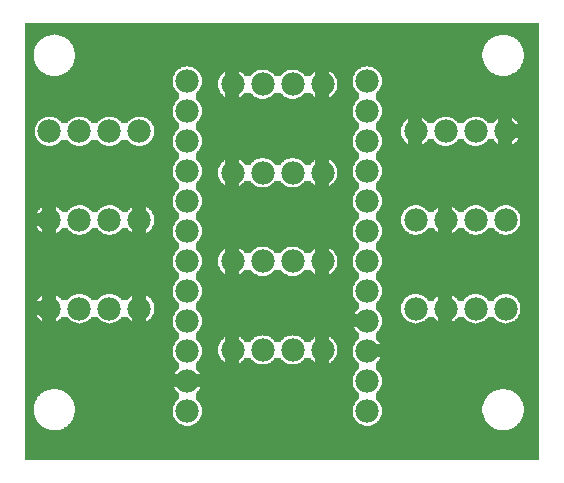
<source format=gbl>
G04 MADE WITH FRITZING*
G04 WWW.FRITZING.ORG*
G04 DOUBLE SIDED*
G04 HOLES PLATED*
G04 CONTOUR ON CENTER OF CONTOUR VECTOR*
%ASAXBY*%
%FSLAX23Y23*%
%MOIN*%
%OFA0B0*%
%SFA1.0B1.0*%
%ADD10C,0.075000*%
%ADD11C,0.078000*%
%LNCOPPER0*%
G90*
G70*
G54D10*
X255Y1401D03*
G54D11*
X1180Y1304D03*
X1180Y1204D03*
X1180Y1104D03*
X1180Y1004D03*
X1180Y904D03*
X1180Y804D03*
X1180Y704D03*
X1180Y604D03*
X1180Y504D03*
X1180Y404D03*
X1180Y304D03*
X1180Y204D03*
X580Y1304D03*
X580Y1204D03*
X580Y1104D03*
X580Y1004D03*
X580Y904D03*
X580Y804D03*
X580Y704D03*
X580Y604D03*
X580Y504D03*
X580Y404D03*
X580Y304D03*
X580Y204D03*
X732Y407D03*
X832Y407D03*
X932Y407D03*
X1032Y407D03*
X121Y1136D03*
X221Y1136D03*
X321Y1136D03*
X421Y1136D03*
X1342Y1136D03*
X1442Y1136D03*
X1542Y1136D03*
X1642Y1136D03*
X732Y998D03*
X832Y998D03*
X932Y998D03*
X1032Y998D03*
X732Y703D03*
X832Y703D03*
X932Y703D03*
X1032Y703D03*
X121Y545D03*
X221Y545D03*
X321Y545D03*
X421Y545D03*
X1342Y545D03*
X1442Y545D03*
X1542Y545D03*
X1642Y545D03*
X121Y841D03*
X221Y841D03*
X321Y841D03*
X421Y841D03*
X1342Y841D03*
X1442Y841D03*
X1542Y841D03*
X1642Y841D03*
X732Y1293D03*
X832Y1293D03*
X932Y1293D03*
X1032Y1293D03*
G36*
X40Y1497D02*
X40Y1459D01*
X1634Y1459D01*
X1634Y1457D01*
X1650Y1457D01*
X1650Y1455D01*
X1656Y1455D01*
X1656Y1453D01*
X1660Y1453D01*
X1660Y1451D01*
X1666Y1451D01*
X1666Y1449D01*
X1668Y1449D01*
X1668Y1447D01*
X1672Y1447D01*
X1672Y1445D01*
X1674Y1445D01*
X1674Y1443D01*
X1678Y1443D01*
X1678Y1441D01*
X1680Y1441D01*
X1680Y1439D01*
X1682Y1439D01*
X1682Y1437D01*
X1684Y1437D01*
X1684Y1435D01*
X1686Y1435D01*
X1686Y1433D01*
X1688Y1433D01*
X1688Y1429D01*
X1690Y1429D01*
X1690Y1427D01*
X1692Y1427D01*
X1692Y1423D01*
X1694Y1423D01*
X1694Y1419D01*
X1696Y1419D01*
X1696Y1415D01*
X1698Y1415D01*
X1698Y1409D01*
X1700Y1409D01*
X1700Y1401D01*
X1702Y1401D01*
X1702Y1377D01*
X1700Y1377D01*
X1700Y1369D01*
X1698Y1369D01*
X1698Y1363D01*
X1696Y1363D01*
X1696Y1359D01*
X1694Y1359D01*
X1694Y1355D01*
X1692Y1355D01*
X1692Y1351D01*
X1690Y1351D01*
X1690Y1349D01*
X1688Y1349D01*
X1688Y1345D01*
X1686Y1345D01*
X1686Y1343D01*
X1684Y1343D01*
X1684Y1341D01*
X1682Y1341D01*
X1682Y1339D01*
X1680Y1339D01*
X1680Y1337D01*
X1678Y1337D01*
X1678Y1335D01*
X1674Y1335D01*
X1674Y1333D01*
X1672Y1333D01*
X1672Y1331D01*
X1668Y1331D01*
X1668Y1329D01*
X1664Y1329D01*
X1664Y1327D01*
X1660Y1327D01*
X1660Y1325D01*
X1656Y1325D01*
X1656Y1323D01*
X1648Y1323D01*
X1648Y1321D01*
X1634Y1321D01*
X1634Y1319D01*
X1754Y1319D01*
X1754Y1497D01*
X40Y1497D01*
G37*
D02*
G36*
X40Y1459D02*
X40Y1319D01*
X136Y1319D01*
X136Y1321D01*
X122Y1321D01*
X122Y1323D01*
X114Y1323D01*
X114Y1325D01*
X110Y1325D01*
X110Y1327D01*
X106Y1327D01*
X106Y1329D01*
X102Y1329D01*
X102Y1331D01*
X98Y1331D01*
X98Y1333D01*
X96Y1333D01*
X96Y1335D01*
X92Y1335D01*
X92Y1337D01*
X90Y1337D01*
X90Y1339D01*
X88Y1339D01*
X88Y1341D01*
X86Y1341D01*
X86Y1343D01*
X84Y1343D01*
X84Y1347D01*
X82Y1347D01*
X82Y1349D01*
X80Y1349D01*
X80Y1351D01*
X78Y1351D01*
X78Y1355D01*
X76Y1355D01*
X76Y1359D01*
X74Y1359D01*
X74Y1363D01*
X72Y1363D01*
X72Y1369D01*
X70Y1369D01*
X70Y1379D01*
X68Y1379D01*
X68Y1399D01*
X70Y1399D01*
X70Y1409D01*
X72Y1409D01*
X72Y1415D01*
X74Y1415D01*
X74Y1419D01*
X76Y1419D01*
X76Y1423D01*
X78Y1423D01*
X78Y1427D01*
X80Y1427D01*
X80Y1429D01*
X82Y1429D01*
X82Y1431D01*
X84Y1431D01*
X84Y1435D01*
X86Y1435D01*
X86Y1437D01*
X88Y1437D01*
X88Y1439D01*
X90Y1439D01*
X90Y1441D01*
X92Y1441D01*
X92Y1443D01*
X96Y1443D01*
X96Y1445D01*
X98Y1445D01*
X98Y1447D01*
X102Y1447D01*
X102Y1449D01*
X106Y1449D01*
X106Y1451D01*
X110Y1451D01*
X110Y1453D01*
X114Y1453D01*
X114Y1455D01*
X122Y1455D01*
X122Y1457D01*
X136Y1457D01*
X136Y1459D01*
X40Y1459D01*
G37*
D02*
G36*
X138Y1459D02*
X138Y1457D01*
X154Y1457D01*
X154Y1455D01*
X160Y1455D01*
X160Y1453D01*
X164Y1453D01*
X164Y1451D01*
X170Y1451D01*
X170Y1449D01*
X172Y1449D01*
X172Y1447D01*
X176Y1447D01*
X176Y1445D01*
X178Y1445D01*
X178Y1443D01*
X182Y1443D01*
X182Y1441D01*
X184Y1441D01*
X184Y1439D01*
X186Y1439D01*
X186Y1437D01*
X188Y1437D01*
X188Y1435D01*
X190Y1435D01*
X190Y1431D01*
X192Y1431D01*
X192Y1429D01*
X194Y1429D01*
X194Y1427D01*
X196Y1427D01*
X196Y1423D01*
X198Y1423D01*
X198Y1419D01*
X200Y1419D01*
X200Y1415D01*
X202Y1415D01*
X202Y1409D01*
X204Y1409D01*
X204Y1401D01*
X206Y1401D01*
X206Y1377D01*
X204Y1377D01*
X204Y1369D01*
X202Y1369D01*
X202Y1363D01*
X200Y1363D01*
X200Y1359D01*
X198Y1359D01*
X198Y1355D01*
X196Y1355D01*
X196Y1353D01*
X1184Y1353D01*
X1184Y1351D01*
X1194Y1351D01*
X1194Y1349D01*
X1200Y1349D01*
X1200Y1347D01*
X1204Y1347D01*
X1204Y1345D01*
X1208Y1345D01*
X1208Y1343D01*
X1210Y1343D01*
X1210Y1341D01*
X1212Y1341D01*
X1212Y1339D01*
X1214Y1339D01*
X1214Y1337D01*
X1216Y1337D01*
X1216Y1335D01*
X1218Y1335D01*
X1218Y1333D01*
X1220Y1333D01*
X1220Y1331D01*
X1222Y1331D01*
X1222Y1327D01*
X1224Y1327D01*
X1224Y1323D01*
X1226Y1323D01*
X1226Y1319D01*
X1632Y1319D01*
X1632Y1321D01*
X1618Y1321D01*
X1618Y1323D01*
X1610Y1323D01*
X1610Y1325D01*
X1606Y1325D01*
X1606Y1327D01*
X1602Y1327D01*
X1602Y1329D01*
X1598Y1329D01*
X1598Y1331D01*
X1594Y1331D01*
X1594Y1333D01*
X1592Y1333D01*
X1592Y1335D01*
X1588Y1335D01*
X1588Y1337D01*
X1586Y1337D01*
X1586Y1339D01*
X1584Y1339D01*
X1584Y1341D01*
X1582Y1341D01*
X1582Y1343D01*
X1580Y1343D01*
X1580Y1347D01*
X1578Y1347D01*
X1578Y1349D01*
X1576Y1349D01*
X1576Y1353D01*
X1574Y1353D01*
X1574Y1355D01*
X1572Y1355D01*
X1572Y1359D01*
X1570Y1359D01*
X1570Y1363D01*
X1568Y1363D01*
X1568Y1369D01*
X1566Y1369D01*
X1566Y1379D01*
X1564Y1379D01*
X1564Y1399D01*
X1566Y1399D01*
X1566Y1409D01*
X1568Y1409D01*
X1568Y1415D01*
X1570Y1415D01*
X1570Y1419D01*
X1572Y1419D01*
X1572Y1423D01*
X1574Y1423D01*
X1574Y1427D01*
X1576Y1427D01*
X1576Y1429D01*
X1578Y1429D01*
X1578Y1431D01*
X1580Y1431D01*
X1580Y1435D01*
X1582Y1435D01*
X1582Y1437D01*
X1584Y1437D01*
X1584Y1439D01*
X1586Y1439D01*
X1586Y1441D01*
X1588Y1441D01*
X1588Y1443D01*
X1592Y1443D01*
X1592Y1445D01*
X1594Y1445D01*
X1594Y1447D01*
X1598Y1447D01*
X1598Y1449D01*
X1602Y1449D01*
X1602Y1451D01*
X1606Y1451D01*
X1606Y1453D01*
X1610Y1453D01*
X1610Y1455D01*
X1618Y1455D01*
X1618Y1457D01*
X1632Y1457D01*
X1632Y1459D01*
X138Y1459D01*
G37*
D02*
G36*
X196Y1353D02*
X196Y1351D01*
X194Y1351D01*
X194Y1349D01*
X192Y1349D01*
X192Y1347D01*
X190Y1347D01*
X190Y1343D01*
X188Y1343D01*
X188Y1341D01*
X186Y1341D01*
X186Y1339D01*
X184Y1339D01*
X184Y1337D01*
X182Y1337D01*
X182Y1335D01*
X178Y1335D01*
X178Y1333D01*
X176Y1333D01*
X176Y1331D01*
X172Y1331D01*
X172Y1329D01*
X168Y1329D01*
X168Y1327D01*
X164Y1327D01*
X164Y1325D01*
X160Y1325D01*
X160Y1323D01*
X152Y1323D01*
X152Y1321D01*
X138Y1321D01*
X138Y1319D01*
X534Y1319D01*
X534Y1321D01*
X536Y1321D01*
X536Y1325D01*
X538Y1325D01*
X538Y1329D01*
X540Y1329D01*
X540Y1333D01*
X542Y1333D01*
X542Y1335D01*
X544Y1335D01*
X544Y1337D01*
X546Y1337D01*
X546Y1339D01*
X548Y1339D01*
X548Y1341D01*
X550Y1341D01*
X550Y1343D01*
X554Y1343D01*
X554Y1345D01*
X558Y1345D01*
X558Y1347D01*
X560Y1347D01*
X560Y1349D01*
X566Y1349D01*
X566Y1351D01*
X576Y1351D01*
X576Y1353D01*
X196Y1353D01*
G37*
D02*
G36*
X584Y1353D02*
X584Y1351D01*
X594Y1351D01*
X594Y1349D01*
X600Y1349D01*
X600Y1347D01*
X604Y1347D01*
X604Y1345D01*
X608Y1345D01*
X608Y1343D01*
X610Y1343D01*
X610Y1341D01*
X1044Y1341D01*
X1044Y1339D01*
X1050Y1339D01*
X1050Y1337D01*
X1054Y1337D01*
X1054Y1335D01*
X1058Y1335D01*
X1058Y1333D01*
X1060Y1333D01*
X1060Y1331D01*
X1064Y1331D01*
X1064Y1329D01*
X1066Y1329D01*
X1066Y1327D01*
X1068Y1327D01*
X1068Y1325D01*
X1070Y1325D01*
X1070Y1321D01*
X1072Y1321D01*
X1072Y1319D01*
X1074Y1319D01*
X1074Y1315D01*
X1076Y1315D01*
X1076Y1311D01*
X1078Y1311D01*
X1078Y1305D01*
X1080Y1305D01*
X1080Y1281D01*
X1078Y1281D01*
X1078Y1275D01*
X1076Y1275D01*
X1076Y1271D01*
X1074Y1271D01*
X1074Y1267D01*
X1072Y1267D01*
X1072Y1265D01*
X1070Y1265D01*
X1070Y1261D01*
X1068Y1261D01*
X1068Y1259D01*
X1066Y1259D01*
X1066Y1257D01*
X1064Y1257D01*
X1064Y1255D01*
X1060Y1255D01*
X1060Y1253D01*
X1058Y1253D01*
X1058Y1251D01*
X1054Y1251D01*
X1054Y1249D01*
X1050Y1249D01*
X1050Y1247D01*
X1044Y1247D01*
X1044Y1245D01*
X1154Y1245D01*
X1154Y1263D01*
X1152Y1263D01*
X1152Y1265D01*
X1148Y1265D01*
X1148Y1267D01*
X1146Y1267D01*
X1146Y1269D01*
X1144Y1269D01*
X1144Y1271D01*
X1142Y1271D01*
X1142Y1275D01*
X1140Y1275D01*
X1140Y1277D01*
X1138Y1277D01*
X1138Y1281D01*
X1136Y1281D01*
X1136Y1285D01*
X1134Y1285D01*
X1134Y1291D01*
X1132Y1291D01*
X1132Y1315D01*
X1134Y1315D01*
X1134Y1321D01*
X1136Y1321D01*
X1136Y1325D01*
X1138Y1325D01*
X1138Y1329D01*
X1140Y1329D01*
X1140Y1333D01*
X1142Y1333D01*
X1142Y1335D01*
X1144Y1335D01*
X1144Y1337D01*
X1146Y1337D01*
X1146Y1339D01*
X1148Y1339D01*
X1148Y1341D01*
X1150Y1341D01*
X1150Y1343D01*
X1154Y1343D01*
X1154Y1345D01*
X1158Y1345D01*
X1158Y1347D01*
X1160Y1347D01*
X1160Y1349D01*
X1166Y1349D01*
X1166Y1351D01*
X1176Y1351D01*
X1176Y1353D01*
X584Y1353D01*
G37*
D02*
G36*
X612Y1341D02*
X612Y1339D01*
X614Y1339D01*
X614Y1337D01*
X616Y1337D01*
X616Y1335D01*
X618Y1335D01*
X618Y1333D01*
X620Y1333D01*
X620Y1331D01*
X622Y1331D01*
X622Y1327D01*
X624Y1327D01*
X624Y1323D01*
X626Y1323D01*
X626Y1317D01*
X628Y1317D01*
X628Y1309D01*
X630Y1309D01*
X630Y1299D01*
X628Y1299D01*
X628Y1289D01*
X626Y1289D01*
X626Y1283D01*
X624Y1283D01*
X624Y1279D01*
X622Y1279D01*
X622Y1277D01*
X620Y1277D01*
X620Y1273D01*
X618Y1273D01*
X618Y1271D01*
X616Y1271D01*
X616Y1269D01*
X614Y1269D01*
X614Y1267D01*
X612Y1267D01*
X612Y1265D01*
X610Y1265D01*
X610Y1263D01*
X608Y1263D01*
X608Y1245D01*
X718Y1245D01*
X718Y1247D01*
X712Y1247D01*
X712Y1249D01*
X708Y1249D01*
X708Y1251D01*
X704Y1251D01*
X704Y1253D01*
X702Y1253D01*
X702Y1255D01*
X700Y1255D01*
X700Y1257D01*
X698Y1257D01*
X698Y1259D01*
X696Y1259D01*
X696Y1261D01*
X694Y1261D01*
X694Y1263D01*
X692Y1263D01*
X692Y1265D01*
X690Y1265D01*
X690Y1269D01*
X688Y1269D01*
X688Y1273D01*
X686Y1273D01*
X686Y1279D01*
X684Y1279D01*
X684Y1287D01*
X682Y1287D01*
X682Y1299D01*
X684Y1299D01*
X684Y1307D01*
X686Y1307D01*
X686Y1313D01*
X688Y1313D01*
X688Y1317D01*
X690Y1317D01*
X690Y1321D01*
X692Y1321D01*
X692Y1323D01*
X694Y1323D01*
X694Y1325D01*
X696Y1325D01*
X696Y1327D01*
X698Y1327D01*
X698Y1329D01*
X700Y1329D01*
X700Y1331D01*
X702Y1331D01*
X702Y1333D01*
X706Y1333D01*
X706Y1335D01*
X708Y1335D01*
X708Y1337D01*
X712Y1337D01*
X712Y1339D01*
X718Y1339D01*
X718Y1341D01*
X612Y1341D01*
G37*
D02*
G36*
X744Y1341D02*
X744Y1339D01*
X750Y1339D01*
X750Y1337D01*
X754Y1337D01*
X754Y1335D01*
X758Y1335D01*
X758Y1333D01*
X760Y1333D01*
X760Y1331D01*
X764Y1331D01*
X764Y1329D01*
X766Y1329D01*
X766Y1327D01*
X768Y1327D01*
X768Y1325D01*
X770Y1325D01*
X770Y1321D01*
X792Y1321D01*
X792Y1323D01*
X794Y1323D01*
X794Y1325D01*
X796Y1325D01*
X796Y1327D01*
X798Y1327D01*
X798Y1329D01*
X800Y1329D01*
X800Y1331D01*
X802Y1331D01*
X802Y1333D01*
X806Y1333D01*
X806Y1335D01*
X808Y1335D01*
X808Y1337D01*
X812Y1337D01*
X812Y1339D01*
X818Y1339D01*
X818Y1341D01*
X744Y1341D01*
G37*
D02*
G36*
X844Y1341D02*
X844Y1339D01*
X850Y1339D01*
X850Y1337D01*
X854Y1337D01*
X854Y1335D01*
X858Y1335D01*
X858Y1333D01*
X860Y1333D01*
X860Y1331D01*
X864Y1331D01*
X864Y1329D01*
X866Y1329D01*
X866Y1327D01*
X868Y1327D01*
X868Y1325D01*
X870Y1325D01*
X870Y1321D01*
X892Y1321D01*
X892Y1323D01*
X894Y1323D01*
X894Y1325D01*
X896Y1325D01*
X896Y1327D01*
X898Y1327D01*
X898Y1329D01*
X900Y1329D01*
X900Y1331D01*
X902Y1331D01*
X902Y1333D01*
X906Y1333D01*
X906Y1335D01*
X908Y1335D01*
X908Y1337D01*
X912Y1337D01*
X912Y1339D01*
X918Y1339D01*
X918Y1341D01*
X844Y1341D01*
G37*
D02*
G36*
X944Y1341D02*
X944Y1339D01*
X950Y1339D01*
X950Y1337D01*
X954Y1337D01*
X954Y1335D01*
X958Y1335D01*
X958Y1333D01*
X960Y1333D01*
X960Y1331D01*
X964Y1331D01*
X964Y1329D01*
X966Y1329D01*
X966Y1327D01*
X968Y1327D01*
X968Y1325D01*
X970Y1325D01*
X970Y1321D01*
X992Y1321D01*
X992Y1323D01*
X994Y1323D01*
X994Y1325D01*
X996Y1325D01*
X996Y1327D01*
X998Y1327D01*
X998Y1329D01*
X1000Y1329D01*
X1000Y1331D01*
X1002Y1331D01*
X1002Y1333D01*
X1006Y1333D01*
X1006Y1335D01*
X1008Y1335D01*
X1008Y1337D01*
X1012Y1337D01*
X1012Y1339D01*
X1018Y1339D01*
X1018Y1341D01*
X944Y1341D01*
G37*
D02*
G36*
X40Y1319D02*
X40Y1317D01*
X534Y1317D01*
X534Y1319D01*
X40Y1319D01*
G37*
D02*
G36*
X40Y1319D02*
X40Y1317D01*
X534Y1317D01*
X534Y1319D01*
X40Y1319D01*
G37*
D02*
G36*
X1226Y1319D02*
X1226Y1317D01*
X1754Y1317D01*
X1754Y1319D01*
X1226Y1319D01*
G37*
D02*
G36*
X1226Y1319D02*
X1226Y1317D01*
X1754Y1317D01*
X1754Y1319D01*
X1226Y1319D01*
G37*
D02*
G36*
X40Y1317D02*
X40Y1185D01*
X428Y1185D01*
X428Y1183D01*
X436Y1183D01*
X436Y1181D01*
X442Y1181D01*
X442Y1179D01*
X446Y1179D01*
X446Y1177D01*
X448Y1177D01*
X448Y1175D01*
X452Y1175D01*
X452Y1173D01*
X454Y1173D01*
X454Y1171D01*
X456Y1171D01*
X456Y1169D01*
X458Y1169D01*
X458Y1167D01*
X460Y1167D01*
X460Y1163D01*
X462Y1163D01*
X462Y1161D01*
X464Y1161D01*
X464Y1157D01*
X466Y1157D01*
X466Y1153D01*
X468Y1153D01*
X468Y1145D01*
X470Y1145D01*
X470Y1125D01*
X468Y1125D01*
X468Y1119D01*
X466Y1119D01*
X466Y1113D01*
X464Y1113D01*
X464Y1111D01*
X462Y1111D01*
X462Y1107D01*
X460Y1107D01*
X460Y1105D01*
X458Y1105D01*
X458Y1103D01*
X456Y1103D01*
X456Y1101D01*
X454Y1101D01*
X454Y1099D01*
X452Y1099D01*
X452Y1097D01*
X450Y1097D01*
X450Y1095D01*
X446Y1095D01*
X446Y1093D01*
X444Y1093D01*
X444Y1091D01*
X440Y1091D01*
X440Y1089D01*
X432Y1089D01*
X432Y1087D01*
X534Y1087D01*
X534Y1091D01*
X532Y1091D01*
X532Y1115D01*
X534Y1115D01*
X534Y1121D01*
X536Y1121D01*
X536Y1125D01*
X538Y1125D01*
X538Y1129D01*
X540Y1129D01*
X540Y1133D01*
X542Y1133D01*
X542Y1135D01*
X544Y1135D01*
X544Y1137D01*
X546Y1137D01*
X546Y1139D01*
X548Y1139D01*
X548Y1141D01*
X550Y1141D01*
X550Y1143D01*
X554Y1143D01*
X554Y1163D01*
X552Y1163D01*
X552Y1165D01*
X548Y1165D01*
X548Y1167D01*
X546Y1167D01*
X546Y1169D01*
X544Y1169D01*
X544Y1171D01*
X542Y1171D01*
X542Y1175D01*
X540Y1175D01*
X540Y1177D01*
X538Y1177D01*
X538Y1181D01*
X536Y1181D01*
X536Y1185D01*
X534Y1185D01*
X534Y1191D01*
X532Y1191D01*
X532Y1215D01*
X534Y1215D01*
X534Y1221D01*
X536Y1221D01*
X536Y1225D01*
X538Y1225D01*
X538Y1229D01*
X540Y1229D01*
X540Y1233D01*
X542Y1233D01*
X542Y1235D01*
X544Y1235D01*
X544Y1237D01*
X546Y1237D01*
X546Y1239D01*
X548Y1239D01*
X548Y1241D01*
X550Y1241D01*
X550Y1243D01*
X554Y1243D01*
X554Y1263D01*
X552Y1263D01*
X552Y1265D01*
X548Y1265D01*
X548Y1267D01*
X546Y1267D01*
X546Y1269D01*
X544Y1269D01*
X544Y1271D01*
X542Y1271D01*
X542Y1275D01*
X540Y1275D01*
X540Y1277D01*
X538Y1277D01*
X538Y1281D01*
X536Y1281D01*
X536Y1285D01*
X534Y1285D01*
X534Y1291D01*
X532Y1291D01*
X532Y1315D01*
X534Y1315D01*
X534Y1317D01*
X40Y1317D01*
G37*
D02*
G36*
X1228Y1317D02*
X1228Y1309D01*
X1230Y1309D01*
X1230Y1299D01*
X1228Y1299D01*
X1228Y1289D01*
X1226Y1289D01*
X1226Y1283D01*
X1224Y1283D01*
X1224Y1279D01*
X1222Y1279D01*
X1222Y1277D01*
X1220Y1277D01*
X1220Y1273D01*
X1218Y1273D01*
X1218Y1271D01*
X1216Y1271D01*
X1216Y1269D01*
X1214Y1269D01*
X1214Y1267D01*
X1212Y1267D01*
X1212Y1265D01*
X1210Y1265D01*
X1210Y1263D01*
X1208Y1263D01*
X1208Y1243D01*
X1210Y1243D01*
X1210Y1241D01*
X1212Y1241D01*
X1212Y1239D01*
X1214Y1239D01*
X1214Y1237D01*
X1216Y1237D01*
X1216Y1235D01*
X1218Y1235D01*
X1218Y1233D01*
X1220Y1233D01*
X1220Y1231D01*
X1222Y1231D01*
X1222Y1227D01*
X1224Y1227D01*
X1224Y1223D01*
X1226Y1223D01*
X1226Y1217D01*
X1228Y1217D01*
X1228Y1209D01*
X1230Y1209D01*
X1230Y1199D01*
X1228Y1199D01*
X1228Y1189D01*
X1226Y1189D01*
X1226Y1185D01*
X1648Y1185D01*
X1648Y1183D01*
X1656Y1183D01*
X1656Y1181D01*
X1662Y1181D01*
X1662Y1179D01*
X1666Y1179D01*
X1666Y1177D01*
X1670Y1177D01*
X1670Y1175D01*
X1672Y1175D01*
X1672Y1173D01*
X1674Y1173D01*
X1674Y1171D01*
X1676Y1171D01*
X1676Y1169D01*
X1678Y1169D01*
X1678Y1167D01*
X1680Y1167D01*
X1680Y1165D01*
X1682Y1165D01*
X1682Y1161D01*
X1684Y1161D01*
X1684Y1157D01*
X1686Y1157D01*
X1686Y1155D01*
X1688Y1155D01*
X1688Y1147D01*
X1690Y1147D01*
X1690Y1123D01*
X1688Y1123D01*
X1688Y1117D01*
X1686Y1117D01*
X1686Y1113D01*
X1684Y1113D01*
X1684Y1109D01*
X1682Y1109D01*
X1682Y1107D01*
X1680Y1107D01*
X1680Y1105D01*
X1678Y1105D01*
X1678Y1101D01*
X1676Y1101D01*
X1676Y1099D01*
X1672Y1099D01*
X1672Y1097D01*
X1670Y1097D01*
X1670Y1095D01*
X1668Y1095D01*
X1668Y1093D01*
X1664Y1093D01*
X1664Y1091D01*
X1660Y1091D01*
X1660Y1089D01*
X1652Y1089D01*
X1652Y1087D01*
X1754Y1087D01*
X1754Y1317D01*
X1228Y1317D01*
G37*
D02*
G36*
X770Y1265D02*
X770Y1261D01*
X768Y1261D01*
X768Y1259D01*
X766Y1259D01*
X766Y1257D01*
X764Y1257D01*
X764Y1255D01*
X760Y1255D01*
X760Y1253D01*
X758Y1253D01*
X758Y1251D01*
X754Y1251D01*
X754Y1249D01*
X750Y1249D01*
X750Y1247D01*
X744Y1247D01*
X744Y1245D01*
X818Y1245D01*
X818Y1247D01*
X812Y1247D01*
X812Y1249D01*
X808Y1249D01*
X808Y1251D01*
X804Y1251D01*
X804Y1253D01*
X802Y1253D01*
X802Y1255D01*
X800Y1255D01*
X800Y1257D01*
X798Y1257D01*
X798Y1259D01*
X796Y1259D01*
X796Y1261D01*
X794Y1261D01*
X794Y1263D01*
X792Y1263D01*
X792Y1265D01*
X770Y1265D01*
G37*
D02*
G36*
X870Y1265D02*
X870Y1261D01*
X868Y1261D01*
X868Y1259D01*
X866Y1259D01*
X866Y1257D01*
X864Y1257D01*
X864Y1255D01*
X860Y1255D01*
X860Y1253D01*
X858Y1253D01*
X858Y1251D01*
X854Y1251D01*
X854Y1249D01*
X850Y1249D01*
X850Y1247D01*
X844Y1247D01*
X844Y1245D01*
X918Y1245D01*
X918Y1247D01*
X912Y1247D01*
X912Y1249D01*
X908Y1249D01*
X908Y1251D01*
X904Y1251D01*
X904Y1253D01*
X902Y1253D01*
X902Y1255D01*
X900Y1255D01*
X900Y1257D01*
X898Y1257D01*
X898Y1259D01*
X896Y1259D01*
X896Y1261D01*
X894Y1261D01*
X894Y1263D01*
X892Y1263D01*
X892Y1265D01*
X870Y1265D01*
G37*
D02*
G36*
X970Y1265D02*
X970Y1261D01*
X968Y1261D01*
X968Y1259D01*
X966Y1259D01*
X966Y1257D01*
X964Y1257D01*
X964Y1255D01*
X960Y1255D01*
X960Y1253D01*
X958Y1253D01*
X958Y1251D01*
X954Y1251D01*
X954Y1249D01*
X950Y1249D01*
X950Y1247D01*
X944Y1247D01*
X944Y1245D01*
X1018Y1245D01*
X1018Y1247D01*
X1012Y1247D01*
X1012Y1249D01*
X1008Y1249D01*
X1008Y1251D01*
X1004Y1251D01*
X1004Y1253D01*
X1002Y1253D01*
X1002Y1255D01*
X1000Y1255D01*
X1000Y1257D01*
X998Y1257D01*
X998Y1259D01*
X996Y1259D01*
X996Y1261D01*
X994Y1261D01*
X994Y1263D01*
X992Y1263D01*
X992Y1265D01*
X970Y1265D01*
G37*
D02*
G36*
X608Y1245D02*
X608Y1243D01*
X1154Y1243D01*
X1154Y1245D01*
X608Y1245D01*
G37*
D02*
G36*
X608Y1245D02*
X608Y1243D01*
X1154Y1243D01*
X1154Y1245D01*
X608Y1245D01*
G37*
D02*
G36*
X608Y1245D02*
X608Y1243D01*
X1154Y1243D01*
X1154Y1245D01*
X608Y1245D01*
G37*
D02*
G36*
X608Y1245D02*
X608Y1243D01*
X1154Y1243D01*
X1154Y1245D01*
X608Y1245D01*
G37*
D02*
G36*
X608Y1245D02*
X608Y1243D01*
X1154Y1243D01*
X1154Y1245D01*
X608Y1245D01*
G37*
D02*
G36*
X610Y1243D02*
X610Y1241D01*
X612Y1241D01*
X612Y1239D01*
X614Y1239D01*
X614Y1237D01*
X616Y1237D01*
X616Y1235D01*
X618Y1235D01*
X618Y1233D01*
X620Y1233D01*
X620Y1231D01*
X622Y1231D01*
X622Y1227D01*
X624Y1227D01*
X624Y1223D01*
X626Y1223D01*
X626Y1217D01*
X628Y1217D01*
X628Y1209D01*
X630Y1209D01*
X630Y1199D01*
X628Y1199D01*
X628Y1189D01*
X626Y1189D01*
X626Y1183D01*
X624Y1183D01*
X624Y1179D01*
X622Y1179D01*
X622Y1177D01*
X620Y1177D01*
X620Y1173D01*
X618Y1173D01*
X618Y1171D01*
X616Y1171D01*
X616Y1169D01*
X614Y1169D01*
X614Y1167D01*
X612Y1167D01*
X612Y1165D01*
X610Y1165D01*
X610Y1163D01*
X608Y1163D01*
X608Y1143D01*
X610Y1143D01*
X610Y1141D01*
X612Y1141D01*
X612Y1139D01*
X614Y1139D01*
X614Y1137D01*
X616Y1137D01*
X616Y1135D01*
X618Y1135D01*
X618Y1133D01*
X620Y1133D01*
X620Y1131D01*
X622Y1131D01*
X622Y1127D01*
X624Y1127D01*
X624Y1123D01*
X626Y1123D01*
X626Y1117D01*
X628Y1117D01*
X628Y1109D01*
X630Y1109D01*
X630Y1099D01*
X628Y1099D01*
X628Y1089D01*
X626Y1089D01*
X626Y1083D01*
X624Y1083D01*
X624Y1079D01*
X622Y1079D01*
X622Y1077D01*
X620Y1077D01*
X620Y1073D01*
X618Y1073D01*
X618Y1071D01*
X616Y1071D01*
X616Y1069D01*
X614Y1069D01*
X614Y1067D01*
X612Y1067D01*
X612Y1065D01*
X610Y1065D01*
X610Y1063D01*
X608Y1063D01*
X608Y1047D01*
X1038Y1047D01*
X1038Y1045D01*
X1046Y1045D01*
X1046Y1043D01*
X1052Y1043D01*
X1052Y1041D01*
X1056Y1041D01*
X1056Y1039D01*
X1060Y1039D01*
X1060Y1037D01*
X1062Y1037D01*
X1062Y1035D01*
X1064Y1035D01*
X1064Y1033D01*
X1066Y1033D01*
X1066Y1031D01*
X1068Y1031D01*
X1068Y1029D01*
X1070Y1029D01*
X1070Y1027D01*
X1072Y1027D01*
X1072Y1023D01*
X1074Y1023D01*
X1074Y1019D01*
X1076Y1019D01*
X1076Y1015D01*
X1078Y1015D01*
X1078Y1009D01*
X1080Y1009D01*
X1080Y987D01*
X1078Y987D01*
X1078Y979D01*
X1076Y979D01*
X1076Y975D01*
X1074Y975D01*
X1074Y973D01*
X1072Y973D01*
X1072Y969D01*
X1070Y969D01*
X1070Y967D01*
X1068Y967D01*
X1068Y965D01*
X1066Y965D01*
X1066Y963D01*
X1064Y963D01*
X1064Y961D01*
X1062Y961D01*
X1062Y959D01*
X1060Y959D01*
X1060Y957D01*
X1056Y957D01*
X1056Y955D01*
X1054Y955D01*
X1054Y953D01*
X1048Y953D01*
X1048Y951D01*
X1042Y951D01*
X1042Y949D01*
X1154Y949D01*
X1154Y963D01*
X1152Y963D01*
X1152Y965D01*
X1148Y965D01*
X1148Y967D01*
X1146Y967D01*
X1146Y969D01*
X1144Y969D01*
X1144Y971D01*
X1142Y971D01*
X1142Y975D01*
X1140Y975D01*
X1140Y977D01*
X1138Y977D01*
X1138Y981D01*
X1136Y981D01*
X1136Y985D01*
X1134Y985D01*
X1134Y991D01*
X1132Y991D01*
X1132Y1015D01*
X1134Y1015D01*
X1134Y1021D01*
X1136Y1021D01*
X1136Y1025D01*
X1138Y1025D01*
X1138Y1029D01*
X1140Y1029D01*
X1140Y1033D01*
X1142Y1033D01*
X1142Y1035D01*
X1144Y1035D01*
X1144Y1037D01*
X1146Y1037D01*
X1146Y1039D01*
X1148Y1039D01*
X1148Y1041D01*
X1150Y1041D01*
X1150Y1043D01*
X1154Y1043D01*
X1154Y1063D01*
X1152Y1063D01*
X1152Y1065D01*
X1148Y1065D01*
X1148Y1067D01*
X1146Y1067D01*
X1146Y1069D01*
X1144Y1069D01*
X1144Y1071D01*
X1142Y1071D01*
X1142Y1075D01*
X1140Y1075D01*
X1140Y1077D01*
X1138Y1077D01*
X1138Y1081D01*
X1136Y1081D01*
X1136Y1085D01*
X1134Y1085D01*
X1134Y1091D01*
X1132Y1091D01*
X1132Y1115D01*
X1134Y1115D01*
X1134Y1121D01*
X1136Y1121D01*
X1136Y1125D01*
X1138Y1125D01*
X1138Y1129D01*
X1140Y1129D01*
X1140Y1133D01*
X1142Y1133D01*
X1142Y1135D01*
X1144Y1135D01*
X1144Y1137D01*
X1146Y1137D01*
X1146Y1139D01*
X1148Y1139D01*
X1148Y1141D01*
X1150Y1141D01*
X1150Y1143D01*
X1154Y1143D01*
X1154Y1163D01*
X1152Y1163D01*
X1152Y1165D01*
X1148Y1165D01*
X1148Y1167D01*
X1146Y1167D01*
X1146Y1169D01*
X1144Y1169D01*
X1144Y1171D01*
X1142Y1171D01*
X1142Y1175D01*
X1140Y1175D01*
X1140Y1177D01*
X1138Y1177D01*
X1138Y1181D01*
X1136Y1181D01*
X1136Y1185D01*
X1134Y1185D01*
X1134Y1191D01*
X1132Y1191D01*
X1132Y1215D01*
X1134Y1215D01*
X1134Y1221D01*
X1136Y1221D01*
X1136Y1225D01*
X1138Y1225D01*
X1138Y1229D01*
X1140Y1229D01*
X1140Y1233D01*
X1142Y1233D01*
X1142Y1235D01*
X1144Y1235D01*
X1144Y1237D01*
X1146Y1237D01*
X1146Y1239D01*
X1148Y1239D01*
X1148Y1241D01*
X1150Y1241D01*
X1150Y1243D01*
X610Y1243D01*
G37*
D02*
G36*
X40Y1185D02*
X40Y1087D01*
X110Y1087D01*
X110Y1089D01*
X104Y1089D01*
X104Y1091D01*
X100Y1091D01*
X100Y1093D01*
X96Y1093D01*
X96Y1095D01*
X92Y1095D01*
X92Y1097D01*
X90Y1097D01*
X90Y1099D01*
X88Y1099D01*
X88Y1101D01*
X86Y1101D01*
X86Y1103D01*
X84Y1103D01*
X84Y1105D01*
X82Y1105D01*
X82Y1107D01*
X80Y1107D01*
X80Y1111D01*
X78Y1111D01*
X78Y1115D01*
X76Y1115D01*
X76Y1121D01*
X74Y1121D01*
X74Y1127D01*
X72Y1127D01*
X72Y1143D01*
X74Y1143D01*
X74Y1151D01*
X76Y1151D01*
X76Y1157D01*
X78Y1157D01*
X78Y1159D01*
X80Y1159D01*
X80Y1163D01*
X82Y1163D01*
X82Y1165D01*
X84Y1165D01*
X84Y1169D01*
X86Y1169D01*
X86Y1171D01*
X88Y1171D01*
X88Y1173D01*
X92Y1173D01*
X92Y1175D01*
X94Y1175D01*
X94Y1177D01*
X98Y1177D01*
X98Y1179D01*
X102Y1179D01*
X102Y1181D01*
X106Y1181D01*
X106Y1183D01*
X116Y1183D01*
X116Y1185D01*
X40Y1185D01*
G37*
D02*
G36*
X128Y1185D02*
X128Y1183D01*
X136Y1183D01*
X136Y1181D01*
X142Y1181D01*
X142Y1179D01*
X146Y1179D01*
X146Y1177D01*
X148Y1177D01*
X148Y1175D01*
X152Y1175D01*
X152Y1173D01*
X154Y1173D01*
X154Y1171D01*
X156Y1171D01*
X156Y1169D01*
X158Y1169D01*
X158Y1167D01*
X160Y1167D01*
X160Y1163D01*
X182Y1163D01*
X182Y1165D01*
X184Y1165D01*
X184Y1169D01*
X186Y1169D01*
X186Y1171D01*
X188Y1171D01*
X188Y1173D01*
X192Y1173D01*
X192Y1175D01*
X194Y1175D01*
X194Y1177D01*
X198Y1177D01*
X198Y1179D01*
X202Y1179D01*
X202Y1181D01*
X206Y1181D01*
X206Y1183D01*
X216Y1183D01*
X216Y1185D01*
X128Y1185D01*
G37*
D02*
G36*
X228Y1185D02*
X228Y1183D01*
X236Y1183D01*
X236Y1181D01*
X242Y1181D01*
X242Y1179D01*
X246Y1179D01*
X246Y1177D01*
X248Y1177D01*
X248Y1175D01*
X252Y1175D01*
X252Y1173D01*
X254Y1173D01*
X254Y1171D01*
X256Y1171D01*
X256Y1169D01*
X258Y1169D01*
X258Y1167D01*
X260Y1167D01*
X260Y1163D01*
X282Y1163D01*
X282Y1165D01*
X284Y1165D01*
X284Y1169D01*
X286Y1169D01*
X286Y1171D01*
X288Y1171D01*
X288Y1173D01*
X292Y1173D01*
X292Y1175D01*
X294Y1175D01*
X294Y1177D01*
X298Y1177D01*
X298Y1179D01*
X302Y1179D01*
X302Y1181D01*
X306Y1181D01*
X306Y1183D01*
X316Y1183D01*
X316Y1185D01*
X228Y1185D01*
G37*
D02*
G36*
X328Y1185D02*
X328Y1183D01*
X336Y1183D01*
X336Y1181D01*
X342Y1181D01*
X342Y1179D01*
X346Y1179D01*
X346Y1177D01*
X348Y1177D01*
X348Y1175D01*
X352Y1175D01*
X352Y1173D01*
X354Y1173D01*
X354Y1171D01*
X356Y1171D01*
X356Y1169D01*
X358Y1169D01*
X358Y1167D01*
X360Y1167D01*
X360Y1163D01*
X382Y1163D01*
X382Y1165D01*
X384Y1165D01*
X384Y1169D01*
X386Y1169D01*
X386Y1171D01*
X388Y1171D01*
X388Y1173D01*
X392Y1173D01*
X392Y1175D01*
X394Y1175D01*
X394Y1177D01*
X398Y1177D01*
X398Y1179D01*
X402Y1179D01*
X402Y1181D01*
X406Y1181D01*
X406Y1183D01*
X416Y1183D01*
X416Y1185D01*
X328Y1185D01*
G37*
D02*
G36*
X1226Y1185D02*
X1226Y1183D01*
X1224Y1183D01*
X1224Y1179D01*
X1222Y1179D01*
X1222Y1177D01*
X1220Y1177D01*
X1220Y1173D01*
X1218Y1173D01*
X1218Y1171D01*
X1216Y1171D01*
X1216Y1169D01*
X1214Y1169D01*
X1214Y1167D01*
X1212Y1167D01*
X1212Y1165D01*
X1210Y1165D01*
X1210Y1163D01*
X1208Y1163D01*
X1208Y1143D01*
X1210Y1143D01*
X1210Y1141D01*
X1212Y1141D01*
X1212Y1139D01*
X1214Y1139D01*
X1214Y1137D01*
X1216Y1137D01*
X1216Y1135D01*
X1218Y1135D01*
X1218Y1133D01*
X1220Y1133D01*
X1220Y1131D01*
X1222Y1131D01*
X1222Y1127D01*
X1224Y1127D01*
X1224Y1123D01*
X1226Y1123D01*
X1226Y1117D01*
X1228Y1117D01*
X1228Y1109D01*
X1230Y1109D01*
X1230Y1099D01*
X1228Y1099D01*
X1228Y1089D01*
X1226Y1089D01*
X1226Y1087D01*
X1330Y1087D01*
X1330Y1089D01*
X1324Y1089D01*
X1324Y1091D01*
X1320Y1091D01*
X1320Y1093D01*
X1316Y1093D01*
X1316Y1095D01*
X1314Y1095D01*
X1314Y1097D01*
X1310Y1097D01*
X1310Y1099D01*
X1308Y1099D01*
X1308Y1101D01*
X1306Y1101D01*
X1306Y1103D01*
X1304Y1103D01*
X1304Y1105D01*
X1302Y1105D01*
X1302Y1109D01*
X1300Y1109D01*
X1300Y1113D01*
X1298Y1113D01*
X1298Y1115D01*
X1296Y1115D01*
X1296Y1121D01*
X1294Y1121D01*
X1294Y1131D01*
X1292Y1131D01*
X1292Y1139D01*
X1294Y1139D01*
X1294Y1149D01*
X1296Y1149D01*
X1296Y1155D01*
X1298Y1155D01*
X1298Y1159D01*
X1300Y1159D01*
X1300Y1163D01*
X1302Y1163D01*
X1302Y1165D01*
X1304Y1165D01*
X1304Y1167D01*
X1306Y1167D01*
X1306Y1169D01*
X1308Y1169D01*
X1308Y1171D01*
X1310Y1171D01*
X1310Y1173D01*
X1312Y1173D01*
X1312Y1175D01*
X1314Y1175D01*
X1314Y1177D01*
X1318Y1177D01*
X1318Y1179D01*
X1322Y1179D01*
X1322Y1181D01*
X1328Y1181D01*
X1328Y1183D01*
X1336Y1183D01*
X1336Y1185D01*
X1226Y1185D01*
G37*
D02*
G36*
X1348Y1185D02*
X1348Y1183D01*
X1356Y1183D01*
X1356Y1181D01*
X1362Y1181D01*
X1362Y1179D01*
X1366Y1179D01*
X1366Y1177D01*
X1370Y1177D01*
X1370Y1175D01*
X1372Y1175D01*
X1372Y1173D01*
X1374Y1173D01*
X1374Y1171D01*
X1376Y1171D01*
X1376Y1169D01*
X1378Y1169D01*
X1378Y1167D01*
X1380Y1167D01*
X1380Y1165D01*
X1382Y1165D01*
X1382Y1163D01*
X1402Y1163D01*
X1402Y1165D01*
X1404Y1165D01*
X1404Y1167D01*
X1406Y1167D01*
X1406Y1169D01*
X1408Y1169D01*
X1408Y1171D01*
X1410Y1171D01*
X1410Y1173D01*
X1412Y1173D01*
X1412Y1175D01*
X1414Y1175D01*
X1414Y1177D01*
X1418Y1177D01*
X1418Y1179D01*
X1422Y1179D01*
X1422Y1181D01*
X1428Y1181D01*
X1428Y1183D01*
X1436Y1183D01*
X1436Y1185D01*
X1348Y1185D01*
G37*
D02*
G36*
X1448Y1185D02*
X1448Y1183D01*
X1456Y1183D01*
X1456Y1181D01*
X1462Y1181D01*
X1462Y1179D01*
X1466Y1179D01*
X1466Y1177D01*
X1470Y1177D01*
X1470Y1175D01*
X1472Y1175D01*
X1472Y1173D01*
X1474Y1173D01*
X1474Y1171D01*
X1476Y1171D01*
X1476Y1169D01*
X1478Y1169D01*
X1478Y1167D01*
X1480Y1167D01*
X1480Y1165D01*
X1482Y1165D01*
X1482Y1163D01*
X1502Y1163D01*
X1502Y1165D01*
X1504Y1165D01*
X1504Y1167D01*
X1506Y1167D01*
X1506Y1169D01*
X1508Y1169D01*
X1508Y1171D01*
X1510Y1171D01*
X1510Y1173D01*
X1512Y1173D01*
X1512Y1175D01*
X1514Y1175D01*
X1514Y1177D01*
X1518Y1177D01*
X1518Y1179D01*
X1522Y1179D01*
X1522Y1181D01*
X1528Y1181D01*
X1528Y1183D01*
X1536Y1183D01*
X1536Y1185D01*
X1448Y1185D01*
G37*
D02*
G36*
X1548Y1185D02*
X1548Y1183D01*
X1556Y1183D01*
X1556Y1181D01*
X1562Y1181D01*
X1562Y1179D01*
X1566Y1179D01*
X1566Y1177D01*
X1570Y1177D01*
X1570Y1175D01*
X1572Y1175D01*
X1572Y1173D01*
X1574Y1173D01*
X1574Y1171D01*
X1576Y1171D01*
X1576Y1169D01*
X1578Y1169D01*
X1578Y1167D01*
X1580Y1167D01*
X1580Y1165D01*
X1582Y1165D01*
X1582Y1163D01*
X1602Y1163D01*
X1602Y1165D01*
X1604Y1165D01*
X1604Y1167D01*
X1606Y1167D01*
X1606Y1169D01*
X1608Y1169D01*
X1608Y1171D01*
X1610Y1171D01*
X1610Y1173D01*
X1612Y1173D01*
X1612Y1175D01*
X1614Y1175D01*
X1614Y1177D01*
X1618Y1177D01*
X1618Y1179D01*
X1622Y1179D01*
X1622Y1181D01*
X1628Y1181D01*
X1628Y1183D01*
X1636Y1183D01*
X1636Y1185D01*
X1548Y1185D01*
G37*
D02*
G36*
X1382Y1109D02*
X1382Y1107D01*
X1380Y1107D01*
X1380Y1105D01*
X1378Y1105D01*
X1378Y1101D01*
X1376Y1101D01*
X1376Y1099D01*
X1372Y1099D01*
X1372Y1097D01*
X1370Y1097D01*
X1370Y1095D01*
X1368Y1095D01*
X1368Y1093D01*
X1364Y1093D01*
X1364Y1091D01*
X1360Y1091D01*
X1360Y1089D01*
X1352Y1089D01*
X1352Y1087D01*
X1430Y1087D01*
X1430Y1089D01*
X1424Y1089D01*
X1424Y1091D01*
X1420Y1091D01*
X1420Y1093D01*
X1416Y1093D01*
X1416Y1095D01*
X1414Y1095D01*
X1414Y1097D01*
X1410Y1097D01*
X1410Y1099D01*
X1408Y1099D01*
X1408Y1101D01*
X1406Y1101D01*
X1406Y1103D01*
X1404Y1103D01*
X1404Y1105D01*
X1402Y1105D01*
X1402Y1109D01*
X1382Y1109D01*
G37*
D02*
G36*
X1482Y1109D02*
X1482Y1107D01*
X1480Y1107D01*
X1480Y1105D01*
X1478Y1105D01*
X1478Y1101D01*
X1476Y1101D01*
X1476Y1099D01*
X1472Y1099D01*
X1472Y1097D01*
X1470Y1097D01*
X1470Y1095D01*
X1468Y1095D01*
X1468Y1093D01*
X1464Y1093D01*
X1464Y1091D01*
X1460Y1091D01*
X1460Y1089D01*
X1452Y1089D01*
X1452Y1087D01*
X1530Y1087D01*
X1530Y1089D01*
X1524Y1089D01*
X1524Y1091D01*
X1520Y1091D01*
X1520Y1093D01*
X1516Y1093D01*
X1516Y1095D01*
X1514Y1095D01*
X1514Y1097D01*
X1510Y1097D01*
X1510Y1099D01*
X1508Y1099D01*
X1508Y1101D01*
X1506Y1101D01*
X1506Y1103D01*
X1504Y1103D01*
X1504Y1105D01*
X1502Y1105D01*
X1502Y1109D01*
X1482Y1109D01*
G37*
D02*
G36*
X1582Y1109D02*
X1582Y1107D01*
X1580Y1107D01*
X1580Y1105D01*
X1578Y1105D01*
X1578Y1101D01*
X1576Y1101D01*
X1576Y1099D01*
X1572Y1099D01*
X1572Y1097D01*
X1570Y1097D01*
X1570Y1095D01*
X1568Y1095D01*
X1568Y1093D01*
X1564Y1093D01*
X1564Y1091D01*
X1560Y1091D01*
X1560Y1089D01*
X1552Y1089D01*
X1552Y1087D01*
X1630Y1087D01*
X1630Y1089D01*
X1624Y1089D01*
X1624Y1091D01*
X1620Y1091D01*
X1620Y1093D01*
X1616Y1093D01*
X1616Y1095D01*
X1614Y1095D01*
X1614Y1097D01*
X1610Y1097D01*
X1610Y1099D01*
X1608Y1099D01*
X1608Y1101D01*
X1606Y1101D01*
X1606Y1103D01*
X1604Y1103D01*
X1604Y1105D01*
X1602Y1105D01*
X1602Y1109D01*
X1582Y1109D01*
G37*
D02*
G36*
X160Y1107D02*
X160Y1105D01*
X158Y1105D01*
X158Y1103D01*
X156Y1103D01*
X156Y1101D01*
X154Y1101D01*
X154Y1099D01*
X152Y1099D01*
X152Y1097D01*
X150Y1097D01*
X150Y1095D01*
X146Y1095D01*
X146Y1093D01*
X144Y1093D01*
X144Y1091D01*
X140Y1091D01*
X140Y1089D01*
X132Y1089D01*
X132Y1087D01*
X210Y1087D01*
X210Y1089D01*
X204Y1089D01*
X204Y1091D01*
X200Y1091D01*
X200Y1093D01*
X196Y1093D01*
X196Y1095D01*
X192Y1095D01*
X192Y1097D01*
X190Y1097D01*
X190Y1099D01*
X188Y1099D01*
X188Y1101D01*
X186Y1101D01*
X186Y1103D01*
X184Y1103D01*
X184Y1105D01*
X182Y1105D01*
X182Y1107D01*
X160Y1107D01*
G37*
D02*
G36*
X260Y1107D02*
X260Y1105D01*
X258Y1105D01*
X258Y1103D01*
X256Y1103D01*
X256Y1101D01*
X254Y1101D01*
X254Y1099D01*
X252Y1099D01*
X252Y1097D01*
X250Y1097D01*
X250Y1095D01*
X246Y1095D01*
X246Y1093D01*
X244Y1093D01*
X244Y1091D01*
X240Y1091D01*
X240Y1089D01*
X232Y1089D01*
X232Y1087D01*
X310Y1087D01*
X310Y1089D01*
X304Y1089D01*
X304Y1091D01*
X300Y1091D01*
X300Y1093D01*
X296Y1093D01*
X296Y1095D01*
X292Y1095D01*
X292Y1097D01*
X290Y1097D01*
X290Y1099D01*
X288Y1099D01*
X288Y1101D01*
X286Y1101D01*
X286Y1103D01*
X284Y1103D01*
X284Y1105D01*
X282Y1105D01*
X282Y1107D01*
X260Y1107D01*
G37*
D02*
G36*
X360Y1107D02*
X360Y1105D01*
X358Y1105D01*
X358Y1103D01*
X356Y1103D01*
X356Y1101D01*
X354Y1101D01*
X354Y1099D01*
X352Y1099D01*
X352Y1097D01*
X350Y1097D01*
X350Y1095D01*
X346Y1095D01*
X346Y1093D01*
X344Y1093D01*
X344Y1091D01*
X340Y1091D01*
X340Y1089D01*
X332Y1089D01*
X332Y1087D01*
X410Y1087D01*
X410Y1089D01*
X404Y1089D01*
X404Y1091D01*
X400Y1091D01*
X400Y1093D01*
X396Y1093D01*
X396Y1095D01*
X392Y1095D01*
X392Y1097D01*
X390Y1097D01*
X390Y1099D01*
X388Y1099D01*
X388Y1101D01*
X386Y1101D01*
X386Y1103D01*
X384Y1103D01*
X384Y1105D01*
X382Y1105D01*
X382Y1107D01*
X360Y1107D01*
G37*
D02*
G36*
X40Y1087D02*
X40Y1085D01*
X534Y1085D01*
X534Y1087D01*
X40Y1087D01*
G37*
D02*
G36*
X40Y1087D02*
X40Y1085D01*
X534Y1085D01*
X534Y1087D01*
X40Y1087D01*
G37*
D02*
G36*
X40Y1087D02*
X40Y1085D01*
X534Y1085D01*
X534Y1087D01*
X40Y1087D01*
G37*
D02*
G36*
X40Y1087D02*
X40Y1085D01*
X534Y1085D01*
X534Y1087D01*
X40Y1087D01*
G37*
D02*
G36*
X40Y1087D02*
X40Y1085D01*
X534Y1085D01*
X534Y1087D01*
X40Y1087D01*
G37*
D02*
G36*
X1226Y1087D02*
X1226Y1085D01*
X1754Y1085D01*
X1754Y1087D01*
X1226Y1087D01*
G37*
D02*
G36*
X1226Y1087D02*
X1226Y1085D01*
X1754Y1085D01*
X1754Y1087D01*
X1226Y1087D01*
G37*
D02*
G36*
X1226Y1087D02*
X1226Y1085D01*
X1754Y1085D01*
X1754Y1087D01*
X1226Y1087D01*
G37*
D02*
G36*
X1226Y1087D02*
X1226Y1085D01*
X1754Y1085D01*
X1754Y1087D01*
X1226Y1087D01*
G37*
D02*
G36*
X1226Y1087D02*
X1226Y1085D01*
X1754Y1085D01*
X1754Y1087D01*
X1226Y1087D01*
G37*
D02*
G36*
X40Y1085D02*
X40Y889D01*
X432Y889D01*
X432Y887D01*
X438Y887D01*
X438Y885D01*
X442Y885D01*
X442Y883D01*
X446Y883D01*
X446Y881D01*
X450Y881D01*
X450Y879D01*
X452Y879D01*
X452Y877D01*
X454Y877D01*
X454Y875D01*
X456Y875D01*
X456Y873D01*
X458Y873D01*
X458Y871D01*
X460Y871D01*
X460Y869D01*
X462Y869D01*
X462Y865D01*
X464Y865D01*
X464Y861D01*
X466Y861D01*
X466Y857D01*
X468Y857D01*
X468Y851D01*
X470Y851D01*
X470Y829D01*
X468Y829D01*
X468Y823D01*
X466Y823D01*
X466Y819D01*
X464Y819D01*
X464Y815D01*
X462Y815D01*
X462Y811D01*
X460Y811D01*
X460Y809D01*
X458Y809D01*
X458Y807D01*
X456Y807D01*
X456Y805D01*
X454Y805D01*
X454Y803D01*
X452Y803D01*
X452Y801D01*
X450Y801D01*
X450Y799D01*
X446Y799D01*
X446Y797D01*
X442Y797D01*
X442Y795D01*
X436Y795D01*
X436Y793D01*
X430Y793D01*
X430Y791D01*
X532Y791D01*
X532Y815D01*
X534Y815D01*
X534Y821D01*
X536Y821D01*
X536Y825D01*
X538Y825D01*
X538Y829D01*
X540Y829D01*
X540Y833D01*
X542Y833D01*
X542Y835D01*
X544Y835D01*
X544Y837D01*
X546Y837D01*
X546Y839D01*
X548Y839D01*
X548Y841D01*
X550Y841D01*
X550Y843D01*
X554Y843D01*
X554Y863D01*
X552Y863D01*
X552Y865D01*
X548Y865D01*
X548Y867D01*
X546Y867D01*
X546Y869D01*
X544Y869D01*
X544Y871D01*
X542Y871D01*
X542Y875D01*
X540Y875D01*
X540Y877D01*
X538Y877D01*
X538Y881D01*
X536Y881D01*
X536Y885D01*
X534Y885D01*
X534Y891D01*
X532Y891D01*
X532Y915D01*
X534Y915D01*
X534Y921D01*
X536Y921D01*
X536Y925D01*
X538Y925D01*
X538Y929D01*
X540Y929D01*
X540Y933D01*
X542Y933D01*
X542Y935D01*
X544Y935D01*
X544Y937D01*
X546Y937D01*
X546Y939D01*
X548Y939D01*
X548Y941D01*
X550Y941D01*
X550Y943D01*
X554Y943D01*
X554Y963D01*
X552Y963D01*
X552Y965D01*
X548Y965D01*
X548Y967D01*
X546Y967D01*
X546Y969D01*
X544Y969D01*
X544Y971D01*
X542Y971D01*
X542Y975D01*
X540Y975D01*
X540Y977D01*
X538Y977D01*
X538Y981D01*
X536Y981D01*
X536Y985D01*
X534Y985D01*
X534Y991D01*
X532Y991D01*
X532Y1015D01*
X534Y1015D01*
X534Y1021D01*
X536Y1021D01*
X536Y1025D01*
X538Y1025D01*
X538Y1029D01*
X540Y1029D01*
X540Y1033D01*
X542Y1033D01*
X542Y1035D01*
X544Y1035D01*
X544Y1037D01*
X546Y1037D01*
X546Y1039D01*
X548Y1039D01*
X548Y1041D01*
X550Y1041D01*
X550Y1043D01*
X554Y1043D01*
X554Y1063D01*
X552Y1063D01*
X552Y1065D01*
X548Y1065D01*
X548Y1067D01*
X546Y1067D01*
X546Y1069D01*
X544Y1069D01*
X544Y1071D01*
X542Y1071D01*
X542Y1075D01*
X540Y1075D01*
X540Y1077D01*
X538Y1077D01*
X538Y1081D01*
X536Y1081D01*
X536Y1085D01*
X40Y1085D01*
G37*
D02*
G36*
X1226Y1085D02*
X1226Y1083D01*
X1224Y1083D01*
X1224Y1079D01*
X1222Y1079D01*
X1222Y1077D01*
X1220Y1077D01*
X1220Y1073D01*
X1218Y1073D01*
X1218Y1071D01*
X1216Y1071D01*
X1216Y1069D01*
X1214Y1069D01*
X1214Y1067D01*
X1212Y1067D01*
X1212Y1065D01*
X1210Y1065D01*
X1210Y1063D01*
X1208Y1063D01*
X1208Y1043D01*
X1210Y1043D01*
X1210Y1041D01*
X1212Y1041D01*
X1212Y1039D01*
X1214Y1039D01*
X1214Y1037D01*
X1216Y1037D01*
X1216Y1035D01*
X1218Y1035D01*
X1218Y1033D01*
X1220Y1033D01*
X1220Y1031D01*
X1222Y1031D01*
X1222Y1027D01*
X1224Y1027D01*
X1224Y1023D01*
X1226Y1023D01*
X1226Y1017D01*
X1228Y1017D01*
X1228Y1009D01*
X1230Y1009D01*
X1230Y999D01*
X1228Y999D01*
X1228Y989D01*
X1226Y989D01*
X1226Y983D01*
X1224Y983D01*
X1224Y979D01*
X1222Y979D01*
X1222Y977D01*
X1220Y977D01*
X1220Y973D01*
X1218Y973D01*
X1218Y971D01*
X1216Y971D01*
X1216Y969D01*
X1214Y969D01*
X1214Y967D01*
X1212Y967D01*
X1212Y965D01*
X1210Y965D01*
X1210Y963D01*
X1208Y963D01*
X1208Y943D01*
X1210Y943D01*
X1210Y941D01*
X1212Y941D01*
X1212Y939D01*
X1214Y939D01*
X1214Y937D01*
X1216Y937D01*
X1216Y935D01*
X1218Y935D01*
X1218Y933D01*
X1220Y933D01*
X1220Y931D01*
X1222Y931D01*
X1222Y927D01*
X1224Y927D01*
X1224Y923D01*
X1226Y923D01*
X1226Y917D01*
X1228Y917D01*
X1228Y909D01*
X1230Y909D01*
X1230Y899D01*
X1228Y899D01*
X1228Y889D01*
X1652Y889D01*
X1652Y887D01*
X1658Y887D01*
X1658Y885D01*
X1664Y885D01*
X1664Y883D01*
X1666Y883D01*
X1666Y881D01*
X1670Y881D01*
X1670Y879D01*
X1672Y879D01*
X1672Y877D01*
X1674Y877D01*
X1674Y875D01*
X1678Y875D01*
X1678Y871D01*
X1680Y871D01*
X1680Y869D01*
X1682Y869D01*
X1682Y867D01*
X1684Y867D01*
X1684Y863D01*
X1686Y863D01*
X1686Y859D01*
X1688Y859D01*
X1688Y853D01*
X1690Y853D01*
X1690Y829D01*
X1688Y829D01*
X1688Y821D01*
X1686Y821D01*
X1686Y817D01*
X1684Y817D01*
X1684Y815D01*
X1682Y815D01*
X1682Y811D01*
X1680Y811D01*
X1680Y809D01*
X1678Y809D01*
X1678Y807D01*
X1676Y807D01*
X1676Y805D01*
X1674Y805D01*
X1674Y803D01*
X1672Y803D01*
X1672Y801D01*
X1670Y801D01*
X1670Y799D01*
X1666Y799D01*
X1666Y797D01*
X1662Y797D01*
X1662Y795D01*
X1658Y795D01*
X1658Y793D01*
X1650Y793D01*
X1650Y791D01*
X1754Y791D01*
X1754Y1085D01*
X1226Y1085D01*
G37*
D02*
G36*
X608Y1047D02*
X608Y1043D01*
X610Y1043D01*
X610Y1041D01*
X612Y1041D01*
X612Y1039D01*
X614Y1039D01*
X614Y1037D01*
X616Y1037D01*
X616Y1035D01*
X618Y1035D01*
X618Y1033D01*
X620Y1033D01*
X620Y1031D01*
X622Y1031D01*
X622Y1027D01*
X624Y1027D01*
X624Y1023D01*
X626Y1023D01*
X626Y1017D01*
X628Y1017D01*
X628Y1009D01*
X630Y1009D01*
X630Y999D01*
X628Y999D01*
X628Y989D01*
X626Y989D01*
X626Y983D01*
X624Y983D01*
X624Y979D01*
X622Y979D01*
X622Y977D01*
X620Y977D01*
X620Y973D01*
X618Y973D01*
X618Y971D01*
X616Y971D01*
X616Y969D01*
X614Y969D01*
X614Y967D01*
X612Y967D01*
X612Y965D01*
X610Y965D01*
X610Y963D01*
X608Y963D01*
X608Y949D01*
X720Y949D01*
X720Y951D01*
X714Y951D01*
X714Y953D01*
X710Y953D01*
X710Y955D01*
X706Y955D01*
X706Y957D01*
X704Y957D01*
X704Y959D01*
X700Y959D01*
X700Y961D01*
X698Y961D01*
X698Y963D01*
X696Y963D01*
X696Y965D01*
X694Y965D01*
X694Y967D01*
X692Y967D01*
X692Y971D01*
X690Y971D01*
X690Y973D01*
X688Y973D01*
X688Y977D01*
X686Y977D01*
X686Y983D01*
X684Y983D01*
X684Y991D01*
X682Y991D01*
X682Y1003D01*
X684Y1003D01*
X684Y1013D01*
X686Y1013D01*
X686Y1017D01*
X688Y1017D01*
X688Y1021D01*
X690Y1021D01*
X690Y1025D01*
X692Y1025D01*
X692Y1027D01*
X694Y1027D01*
X694Y1031D01*
X696Y1031D01*
X696Y1033D01*
X698Y1033D01*
X698Y1035D01*
X702Y1035D01*
X702Y1037D01*
X704Y1037D01*
X704Y1039D01*
X708Y1039D01*
X708Y1041D01*
X710Y1041D01*
X710Y1043D01*
X716Y1043D01*
X716Y1045D01*
X724Y1045D01*
X724Y1047D01*
X608Y1047D01*
G37*
D02*
G36*
X738Y1047D02*
X738Y1045D01*
X746Y1045D01*
X746Y1043D01*
X752Y1043D01*
X752Y1041D01*
X756Y1041D01*
X756Y1039D01*
X760Y1039D01*
X760Y1037D01*
X762Y1037D01*
X762Y1035D01*
X764Y1035D01*
X764Y1033D01*
X766Y1033D01*
X766Y1031D01*
X768Y1031D01*
X768Y1029D01*
X770Y1029D01*
X770Y1027D01*
X772Y1027D01*
X772Y1025D01*
X792Y1025D01*
X792Y1027D01*
X794Y1027D01*
X794Y1031D01*
X796Y1031D01*
X796Y1033D01*
X798Y1033D01*
X798Y1035D01*
X802Y1035D01*
X802Y1037D01*
X804Y1037D01*
X804Y1039D01*
X808Y1039D01*
X808Y1041D01*
X810Y1041D01*
X810Y1043D01*
X816Y1043D01*
X816Y1045D01*
X824Y1045D01*
X824Y1047D01*
X738Y1047D01*
G37*
D02*
G36*
X838Y1047D02*
X838Y1045D01*
X846Y1045D01*
X846Y1043D01*
X852Y1043D01*
X852Y1041D01*
X856Y1041D01*
X856Y1039D01*
X860Y1039D01*
X860Y1037D01*
X862Y1037D01*
X862Y1035D01*
X864Y1035D01*
X864Y1033D01*
X866Y1033D01*
X866Y1031D01*
X868Y1031D01*
X868Y1029D01*
X870Y1029D01*
X870Y1027D01*
X872Y1027D01*
X872Y1025D01*
X892Y1025D01*
X892Y1027D01*
X894Y1027D01*
X894Y1031D01*
X896Y1031D01*
X896Y1033D01*
X898Y1033D01*
X898Y1035D01*
X902Y1035D01*
X902Y1037D01*
X904Y1037D01*
X904Y1039D01*
X908Y1039D01*
X908Y1041D01*
X910Y1041D01*
X910Y1043D01*
X916Y1043D01*
X916Y1045D01*
X924Y1045D01*
X924Y1047D01*
X838Y1047D01*
G37*
D02*
G36*
X938Y1047D02*
X938Y1045D01*
X946Y1045D01*
X946Y1043D01*
X952Y1043D01*
X952Y1041D01*
X956Y1041D01*
X956Y1039D01*
X960Y1039D01*
X960Y1037D01*
X962Y1037D01*
X962Y1035D01*
X964Y1035D01*
X964Y1033D01*
X966Y1033D01*
X966Y1031D01*
X968Y1031D01*
X968Y1029D01*
X970Y1029D01*
X970Y1027D01*
X972Y1027D01*
X972Y1025D01*
X992Y1025D01*
X992Y1027D01*
X994Y1027D01*
X994Y1031D01*
X996Y1031D01*
X996Y1033D01*
X998Y1033D01*
X998Y1035D01*
X1002Y1035D01*
X1002Y1037D01*
X1004Y1037D01*
X1004Y1039D01*
X1008Y1039D01*
X1008Y1041D01*
X1010Y1041D01*
X1010Y1043D01*
X1016Y1043D01*
X1016Y1045D01*
X1024Y1045D01*
X1024Y1047D01*
X938Y1047D01*
G37*
D02*
G36*
X772Y971D02*
X772Y969D01*
X770Y969D01*
X770Y967D01*
X768Y967D01*
X768Y965D01*
X766Y965D01*
X766Y963D01*
X764Y963D01*
X764Y961D01*
X762Y961D01*
X762Y959D01*
X760Y959D01*
X760Y957D01*
X756Y957D01*
X756Y955D01*
X754Y955D01*
X754Y953D01*
X748Y953D01*
X748Y951D01*
X742Y951D01*
X742Y949D01*
X820Y949D01*
X820Y951D01*
X814Y951D01*
X814Y953D01*
X810Y953D01*
X810Y955D01*
X806Y955D01*
X806Y957D01*
X804Y957D01*
X804Y959D01*
X800Y959D01*
X800Y961D01*
X798Y961D01*
X798Y963D01*
X796Y963D01*
X796Y965D01*
X794Y965D01*
X794Y967D01*
X792Y967D01*
X792Y971D01*
X772Y971D01*
G37*
D02*
G36*
X872Y971D02*
X872Y969D01*
X870Y969D01*
X870Y967D01*
X868Y967D01*
X868Y965D01*
X866Y965D01*
X866Y963D01*
X864Y963D01*
X864Y961D01*
X862Y961D01*
X862Y959D01*
X860Y959D01*
X860Y957D01*
X856Y957D01*
X856Y955D01*
X854Y955D01*
X854Y953D01*
X848Y953D01*
X848Y951D01*
X842Y951D01*
X842Y949D01*
X920Y949D01*
X920Y951D01*
X914Y951D01*
X914Y953D01*
X910Y953D01*
X910Y955D01*
X906Y955D01*
X906Y957D01*
X904Y957D01*
X904Y959D01*
X900Y959D01*
X900Y961D01*
X898Y961D01*
X898Y963D01*
X896Y963D01*
X896Y965D01*
X894Y965D01*
X894Y967D01*
X892Y967D01*
X892Y971D01*
X872Y971D01*
G37*
D02*
G36*
X972Y971D02*
X972Y969D01*
X970Y969D01*
X970Y967D01*
X968Y967D01*
X968Y965D01*
X966Y965D01*
X966Y963D01*
X964Y963D01*
X964Y961D01*
X962Y961D01*
X962Y959D01*
X960Y959D01*
X960Y957D01*
X956Y957D01*
X956Y955D01*
X954Y955D01*
X954Y953D01*
X948Y953D01*
X948Y951D01*
X942Y951D01*
X942Y949D01*
X1020Y949D01*
X1020Y951D01*
X1014Y951D01*
X1014Y953D01*
X1010Y953D01*
X1010Y955D01*
X1006Y955D01*
X1006Y957D01*
X1004Y957D01*
X1004Y959D01*
X1000Y959D01*
X1000Y961D01*
X998Y961D01*
X998Y963D01*
X996Y963D01*
X996Y965D01*
X994Y965D01*
X994Y967D01*
X992Y967D01*
X992Y971D01*
X972Y971D01*
G37*
D02*
G36*
X608Y949D02*
X608Y947D01*
X1154Y947D01*
X1154Y949D01*
X608Y949D01*
G37*
D02*
G36*
X608Y949D02*
X608Y947D01*
X1154Y947D01*
X1154Y949D01*
X608Y949D01*
G37*
D02*
G36*
X608Y949D02*
X608Y947D01*
X1154Y947D01*
X1154Y949D01*
X608Y949D01*
G37*
D02*
G36*
X608Y949D02*
X608Y947D01*
X1154Y947D01*
X1154Y949D01*
X608Y949D01*
G37*
D02*
G36*
X608Y949D02*
X608Y947D01*
X1154Y947D01*
X1154Y949D01*
X608Y949D01*
G37*
D02*
G36*
X608Y947D02*
X608Y943D01*
X610Y943D01*
X610Y941D01*
X612Y941D01*
X612Y939D01*
X614Y939D01*
X614Y937D01*
X616Y937D01*
X616Y935D01*
X618Y935D01*
X618Y933D01*
X620Y933D01*
X620Y931D01*
X622Y931D01*
X622Y927D01*
X624Y927D01*
X624Y923D01*
X626Y923D01*
X626Y917D01*
X628Y917D01*
X628Y909D01*
X630Y909D01*
X630Y899D01*
X628Y899D01*
X628Y889D01*
X626Y889D01*
X626Y883D01*
X624Y883D01*
X624Y879D01*
X622Y879D01*
X622Y877D01*
X620Y877D01*
X620Y873D01*
X618Y873D01*
X618Y871D01*
X616Y871D01*
X616Y869D01*
X614Y869D01*
X614Y867D01*
X612Y867D01*
X612Y865D01*
X610Y865D01*
X610Y863D01*
X608Y863D01*
X608Y843D01*
X610Y843D01*
X610Y841D01*
X612Y841D01*
X612Y839D01*
X614Y839D01*
X614Y837D01*
X616Y837D01*
X616Y835D01*
X618Y835D01*
X618Y833D01*
X620Y833D01*
X620Y831D01*
X622Y831D01*
X622Y827D01*
X624Y827D01*
X624Y823D01*
X626Y823D01*
X626Y817D01*
X628Y817D01*
X628Y809D01*
X630Y809D01*
X630Y799D01*
X628Y799D01*
X628Y789D01*
X626Y789D01*
X626Y783D01*
X624Y783D01*
X624Y779D01*
X622Y779D01*
X622Y777D01*
X620Y777D01*
X620Y773D01*
X618Y773D01*
X618Y771D01*
X616Y771D01*
X616Y769D01*
X614Y769D01*
X614Y767D01*
X612Y767D01*
X612Y765D01*
X610Y765D01*
X610Y763D01*
X608Y763D01*
X608Y751D01*
X1042Y751D01*
X1042Y749D01*
X1050Y749D01*
X1050Y747D01*
X1054Y747D01*
X1054Y745D01*
X1056Y745D01*
X1056Y743D01*
X1060Y743D01*
X1060Y741D01*
X1062Y741D01*
X1062Y739D01*
X1066Y739D01*
X1066Y737D01*
X1068Y737D01*
X1068Y733D01*
X1070Y733D01*
X1070Y731D01*
X1072Y731D01*
X1072Y729D01*
X1074Y729D01*
X1074Y725D01*
X1076Y725D01*
X1076Y721D01*
X1078Y721D01*
X1078Y713D01*
X1080Y713D01*
X1080Y691D01*
X1078Y691D01*
X1078Y685D01*
X1076Y685D01*
X1076Y681D01*
X1074Y681D01*
X1074Y677D01*
X1072Y677D01*
X1072Y673D01*
X1070Y673D01*
X1070Y671D01*
X1068Y671D01*
X1068Y669D01*
X1066Y669D01*
X1066Y667D01*
X1064Y667D01*
X1064Y665D01*
X1062Y665D01*
X1062Y663D01*
X1058Y663D01*
X1058Y661D01*
X1056Y661D01*
X1056Y659D01*
X1052Y659D01*
X1052Y657D01*
X1046Y657D01*
X1046Y655D01*
X1038Y655D01*
X1038Y653D01*
X1154Y653D01*
X1154Y663D01*
X1152Y663D01*
X1152Y665D01*
X1148Y665D01*
X1148Y667D01*
X1146Y667D01*
X1146Y669D01*
X1144Y669D01*
X1144Y671D01*
X1142Y671D01*
X1142Y675D01*
X1140Y675D01*
X1140Y677D01*
X1138Y677D01*
X1138Y681D01*
X1136Y681D01*
X1136Y685D01*
X1134Y685D01*
X1134Y691D01*
X1132Y691D01*
X1132Y715D01*
X1134Y715D01*
X1134Y721D01*
X1136Y721D01*
X1136Y725D01*
X1138Y725D01*
X1138Y729D01*
X1140Y729D01*
X1140Y733D01*
X1142Y733D01*
X1142Y735D01*
X1144Y735D01*
X1144Y737D01*
X1146Y737D01*
X1146Y739D01*
X1148Y739D01*
X1148Y741D01*
X1150Y741D01*
X1150Y743D01*
X1154Y743D01*
X1154Y763D01*
X1152Y763D01*
X1152Y765D01*
X1148Y765D01*
X1148Y767D01*
X1146Y767D01*
X1146Y769D01*
X1144Y769D01*
X1144Y771D01*
X1142Y771D01*
X1142Y775D01*
X1140Y775D01*
X1140Y777D01*
X1138Y777D01*
X1138Y781D01*
X1136Y781D01*
X1136Y785D01*
X1134Y785D01*
X1134Y791D01*
X1132Y791D01*
X1132Y815D01*
X1134Y815D01*
X1134Y821D01*
X1136Y821D01*
X1136Y825D01*
X1138Y825D01*
X1138Y829D01*
X1140Y829D01*
X1140Y833D01*
X1142Y833D01*
X1142Y835D01*
X1144Y835D01*
X1144Y837D01*
X1146Y837D01*
X1146Y839D01*
X1148Y839D01*
X1148Y841D01*
X1150Y841D01*
X1150Y843D01*
X1154Y843D01*
X1154Y863D01*
X1152Y863D01*
X1152Y865D01*
X1148Y865D01*
X1148Y867D01*
X1146Y867D01*
X1146Y869D01*
X1144Y869D01*
X1144Y871D01*
X1142Y871D01*
X1142Y875D01*
X1140Y875D01*
X1140Y877D01*
X1138Y877D01*
X1138Y881D01*
X1136Y881D01*
X1136Y885D01*
X1134Y885D01*
X1134Y891D01*
X1132Y891D01*
X1132Y915D01*
X1134Y915D01*
X1134Y921D01*
X1136Y921D01*
X1136Y925D01*
X1138Y925D01*
X1138Y929D01*
X1140Y929D01*
X1140Y933D01*
X1142Y933D01*
X1142Y935D01*
X1144Y935D01*
X1144Y937D01*
X1146Y937D01*
X1146Y939D01*
X1148Y939D01*
X1148Y941D01*
X1150Y941D01*
X1150Y943D01*
X1154Y943D01*
X1154Y947D01*
X608Y947D01*
G37*
D02*
G36*
X40Y889D02*
X40Y791D01*
X114Y791D01*
X114Y793D01*
X106Y793D01*
X106Y795D01*
X100Y795D01*
X100Y797D01*
X96Y797D01*
X96Y799D01*
X94Y799D01*
X94Y801D01*
X92Y801D01*
X92Y803D01*
X88Y803D01*
X88Y805D01*
X86Y805D01*
X86Y807D01*
X84Y807D01*
X84Y811D01*
X82Y811D01*
X82Y813D01*
X80Y813D01*
X80Y815D01*
X78Y815D01*
X78Y819D01*
X76Y819D01*
X76Y825D01*
X74Y825D01*
X74Y833D01*
X72Y833D01*
X72Y847D01*
X74Y847D01*
X74Y855D01*
X76Y855D01*
X76Y861D01*
X78Y861D01*
X78Y865D01*
X80Y865D01*
X80Y867D01*
X82Y867D01*
X82Y871D01*
X84Y871D01*
X84Y873D01*
X86Y873D01*
X86Y875D01*
X88Y875D01*
X88Y877D01*
X90Y877D01*
X90Y879D01*
X92Y879D01*
X92Y881D01*
X96Y881D01*
X96Y883D01*
X100Y883D01*
X100Y885D01*
X104Y885D01*
X104Y887D01*
X112Y887D01*
X112Y889D01*
X40Y889D01*
G37*
D02*
G36*
X132Y889D02*
X132Y887D01*
X138Y887D01*
X138Y885D01*
X142Y885D01*
X142Y883D01*
X146Y883D01*
X146Y881D01*
X150Y881D01*
X150Y879D01*
X152Y879D01*
X152Y877D01*
X154Y877D01*
X154Y875D01*
X156Y875D01*
X156Y873D01*
X158Y873D01*
X158Y871D01*
X160Y871D01*
X160Y869D01*
X162Y869D01*
X162Y867D01*
X182Y867D01*
X182Y871D01*
X184Y871D01*
X184Y873D01*
X186Y873D01*
X186Y875D01*
X188Y875D01*
X188Y877D01*
X190Y877D01*
X190Y879D01*
X192Y879D01*
X192Y881D01*
X196Y881D01*
X196Y883D01*
X200Y883D01*
X200Y885D01*
X204Y885D01*
X204Y887D01*
X212Y887D01*
X212Y889D01*
X132Y889D01*
G37*
D02*
G36*
X232Y889D02*
X232Y887D01*
X238Y887D01*
X238Y885D01*
X242Y885D01*
X242Y883D01*
X246Y883D01*
X246Y881D01*
X250Y881D01*
X250Y879D01*
X252Y879D01*
X252Y877D01*
X254Y877D01*
X254Y875D01*
X256Y875D01*
X256Y873D01*
X258Y873D01*
X258Y871D01*
X260Y871D01*
X260Y869D01*
X262Y869D01*
X262Y867D01*
X282Y867D01*
X282Y871D01*
X284Y871D01*
X284Y873D01*
X286Y873D01*
X286Y875D01*
X288Y875D01*
X288Y877D01*
X290Y877D01*
X290Y879D01*
X292Y879D01*
X292Y881D01*
X296Y881D01*
X296Y883D01*
X300Y883D01*
X300Y885D01*
X304Y885D01*
X304Y887D01*
X312Y887D01*
X312Y889D01*
X232Y889D01*
G37*
D02*
G36*
X332Y889D02*
X332Y887D01*
X338Y887D01*
X338Y885D01*
X342Y885D01*
X342Y883D01*
X346Y883D01*
X346Y881D01*
X350Y881D01*
X350Y879D01*
X352Y879D01*
X352Y877D01*
X354Y877D01*
X354Y875D01*
X356Y875D01*
X356Y873D01*
X358Y873D01*
X358Y871D01*
X360Y871D01*
X360Y869D01*
X362Y869D01*
X362Y867D01*
X382Y867D01*
X382Y871D01*
X384Y871D01*
X384Y873D01*
X386Y873D01*
X386Y875D01*
X388Y875D01*
X388Y877D01*
X390Y877D01*
X390Y879D01*
X392Y879D01*
X392Y881D01*
X396Y881D01*
X396Y883D01*
X400Y883D01*
X400Y885D01*
X404Y885D01*
X404Y887D01*
X412Y887D01*
X412Y889D01*
X332Y889D01*
G37*
D02*
G36*
X1226Y889D02*
X1226Y883D01*
X1224Y883D01*
X1224Y879D01*
X1222Y879D01*
X1222Y877D01*
X1220Y877D01*
X1220Y873D01*
X1218Y873D01*
X1218Y871D01*
X1216Y871D01*
X1216Y869D01*
X1214Y869D01*
X1214Y867D01*
X1212Y867D01*
X1212Y865D01*
X1210Y865D01*
X1210Y863D01*
X1208Y863D01*
X1208Y843D01*
X1210Y843D01*
X1210Y841D01*
X1212Y841D01*
X1212Y839D01*
X1214Y839D01*
X1214Y837D01*
X1216Y837D01*
X1216Y835D01*
X1218Y835D01*
X1218Y833D01*
X1220Y833D01*
X1220Y831D01*
X1222Y831D01*
X1222Y827D01*
X1224Y827D01*
X1224Y823D01*
X1226Y823D01*
X1226Y817D01*
X1228Y817D01*
X1228Y809D01*
X1230Y809D01*
X1230Y799D01*
X1228Y799D01*
X1228Y791D01*
X1334Y791D01*
X1334Y793D01*
X1326Y793D01*
X1326Y795D01*
X1320Y795D01*
X1320Y797D01*
X1318Y797D01*
X1318Y799D01*
X1314Y799D01*
X1314Y801D01*
X1312Y801D01*
X1312Y803D01*
X1310Y803D01*
X1310Y805D01*
X1306Y805D01*
X1306Y809D01*
X1304Y809D01*
X1304Y811D01*
X1302Y811D01*
X1302Y813D01*
X1300Y813D01*
X1300Y817D01*
X1298Y817D01*
X1298Y821D01*
X1296Y821D01*
X1296Y827D01*
X1294Y827D01*
X1294Y837D01*
X1292Y837D01*
X1292Y845D01*
X1294Y845D01*
X1294Y853D01*
X1296Y853D01*
X1296Y859D01*
X1298Y859D01*
X1298Y863D01*
X1300Y863D01*
X1300Y867D01*
X1302Y867D01*
X1302Y869D01*
X1304Y869D01*
X1304Y873D01*
X1306Y873D01*
X1306Y875D01*
X1308Y875D01*
X1308Y877D01*
X1312Y877D01*
X1312Y879D01*
X1314Y879D01*
X1314Y881D01*
X1316Y881D01*
X1316Y883D01*
X1320Y883D01*
X1320Y885D01*
X1324Y885D01*
X1324Y887D01*
X1332Y887D01*
X1332Y889D01*
X1226Y889D01*
G37*
D02*
G36*
X1352Y889D02*
X1352Y887D01*
X1358Y887D01*
X1358Y885D01*
X1364Y885D01*
X1364Y883D01*
X1366Y883D01*
X1366Y881D01*
X1370Y881D01*
X1370Y879D01*
X1372Y879D01*
X1372Y877D01*
X1374Y877D01*
X1374Y875D01*
X1378Y875D01*
X1378Y871D01*
X1380Y871D01*
X1380Y869D01*
X1382Y869D01*
X1382Y867D01*
X1402Y867D01*
X1402Y869D01*
X1404Y869D01*
X1404Y873D01*
X1406Y873D01*
X1406Y875D01*
X1408Y875D01*
X1408Y877D01*
X1412Y877D01*
X1412Y879D01*
X1414Y879D01*
X1414Y881D01*
X1416Y881D01*
X1416Y883D01*
X1420Y883D01*
X1420Y885D01*
X1424Y885D01*
X1424Y887D01*
X1432Y887D01*
X1432Y889D01*
X1352Y889D01*
G37*
D02*
G36*
X1452Y889D02*
X1452Y887D01*
X1458Y887D01*
X1458Y885D01*
X1464Y885D01*
X1464Y883D01*
X1466Y883D01*
X1466Y881D01*
X1470Y881D01*
X1470Y879D01*
X1472Y879D01*
X1472Y877D01*
X1474Y877D01*
X1474Y875D01*
X1478Y875D01*
X1478Y871D01*
X1480Y871D01*
X1480Y869D01*
X1482Y869D01*
X1482Y867D01*
X1502Y867D01*
X1502Y869D01*
X1504Y869D01*
X1504Y873D01*
X1506Y873D01*
X1506Y875D01*
X1508Y875D01*
X1508Y877D01*
X1512Y877D01*
X1512Y879D01*
X1514Y879D01*
X1514Y881D01*
X1516Y881D01*
X1516Y883D01*
X1520Y883D01*
X1520Y885D01*
X1524Y885D01*
X1524Y887D01*
X1532Y887D01*
X1532Y889D01*
X1452Y889D01*
G37*
D02*
G36*
X1552Y889D02*
X1552Y887D01*
X1558Y887D01*
X1558Y885D01*
X1564Y885D01*
X1564Y883D01*
X1566Y883D01*
X1566Y881D01*
X1570Y881D01*
X1570Y879D01*
X1572Y879D01*
X1572Y877D01*
X1574Y877D01*
X1574Y875D01*
X1578Y875D01*
X1578Y871D01*
X1580Y871D01*
X1580Y869D01*
X1582Y869D01*
X1582Y867D01*
X1602Y867D01*
X1602Y869D01*
X1604Y869D01*
X1604Y873D01*
X1606Y873D01*
X1606Y875D01*
X1608Y875D01*
X1608Y877D01*
X1612Y877D01*
X1612Y879D01*
X1614Y879D01*
X1614Y881D01*
X1616Y881D01*
X1616Y883D01*
X1620Y883D01*
X1620Y885D01*
X1624Y885D01*
X1624Y887D01*
X1632Y887D01*
X1632Y889D01*
X1552Y889D01*
G37*
D02*
G36*
X162Y813D02*
X162Y811D01*
X160Y811D01*
X160Y809D01*
X158Y809D01*
X158Y807D01*
X156Y807D01*
X156Y805D01*
X154Y805D01*
X154Y803D01*
X152Y803D01*
X152Y801D01*
X150Y801D01*
X150Y799D01*
X146Y799D01*
X146Y797D01*
X142Y797D01*
X142Y795D01*
X136Y795D01*
X136Y793D01*
X130Y793D01*
X130Y791D01*
X214Y791D01*
X214Y793D01*
X206Y793D01*
X206Y795D01*
X200Y795D01*
X200Y797D01*
X196Y797D01*
X196Y799D01*
X194Y799D01*
X194Y801D01*
X192Y801D01*
X192Y803D01*
X188Y803D01*
X188Y805D01*
X186Y805D01*
X186Y807D01*
X184Y807D01*
X184Y811D01*
X182Y811D01*
X182Y813D01*
X162Y813D01*
G37*
D02*
G36*
X262Y813D02*
X262Y811D01*
X260Y811D01*
X260Y809D01*
X258Y809D01*
X258Y807D01*
X256Y807D01*
X256Y805D01*
X254Y805D01*
X254Y803D01*
X252Y803D01*
X252Y801D01*
X250Y801D01*
X250Y799D01*
X246Y799D01*
X246Y797D01*
X242Y797D01*
X242Y795D01*
X236Y795D01*
X236Y793D01*
X230Y793D01*
X230Y791D01*
X314Y791D01*
X314Y793D01*
X306Y793D01*
X306Y795D01*
X300Y795D01*
X300Y797D01*
X296Y797D01*
X296Y799D01*
X294Y799D01*
X294Y801D01*
X292Y801D01*
X292Y803D01*
X288Y803D01*
X288Y805D01*
X286Y805D01*
X286Y807D01*
X284Y807D01*
X284Y811D01*
X282Y811D01*
X282Y813D01*
X262Y813D01*
G37*
D02*
G36*
X362Y813D02*
X362Y811D01*
X360Y811D01*
X360Y809D01*
X358Y809D01*
X358Y807D01*
X356Y807D01*
X356Y805D01*
X354Y805D01*
X354Y803D01*
X352Y803D01*
X352Y801D01*
X350Y801D01*
X350Y799D01*
X346Y799D01*
X346Y797D01*
X342Y797D01*
X342Y795D01*
X336Y795D01*
X336Y793D01*
X330Y793D01*
X330Y791D01*
X414Y791D01*
X414Y793D01*
X406Y793D01*
X406Y795D01*
X400Y795D01*
X400Y797D01*
X396Y797D01*
X396Y799D01*
X394Y799D01*
X394Y801D01*
X392Y801D01*
X392Y803D01*
X388Y803D01*
X388Y805D01*
X386Y805D01*
X386Y807D01*
X384Y807D01*
X384Y811D01*
X382Y811D01*
X382Y813D01*
X362Y813D01*
G37*
D02*
G36*
X1382Y813D02*
X1382Y811D01*
X1380Y811D01*
X1380Y809D01*
X1378Y809D01*
X1378Y807D01*
X1376Y807D01*
X1376Y805D01*
X1374Y805D01*
X1374Y803D01*
X1372Y803D01*
X1372Y801D01*
X1370Y801D01*
X1370Y799D01*
X1366Y799D01*
X1366Y797D01*
X1362Y797D01*
X1362Y795D01*
X1358Y795D01*
X1358Y793D01*
X1350Y793D01*
X1350Y791D01*
X1434Y791D01*
X1434Y793D01*
X1426Y793D01*
X1426Y795D01*
X1420Y795D01*
X1420Y797D01*
X1418Y797D01*
X1418Y799D01*
X1414Y799D01*
X1414Y801D01*
X1412Y801D01*
X1412Y803D01*
X1410Y803D01*
X1410Y805D01*
X1406Y805D01*
X1406Y809D01*
X1404Y809D01*
X1404Y811D01*
X1402Y811D01*
X1402Y813D01*
X1382Y813D01*
G37*
D02*
G36*
X1482Y813D02*
X1482Y811D01*
X1480Y811D01*
X1480Y809D01*
X1478Y809D01*
X1478Y807D01*
X1476Y807D01*
X1476Y805D01*
X1474Y805D01*
X1474Y803D01*
X1472Y803D01*
X1472Y801D01*
X1470Y801D01*
X1470Y799D01*
X1466Y799D01*
X1466Y797D01*
X1462Y797D01*
X1462Y795D01*
X1458Y795D01*
X1458Y793D01*
X1450Y793D01*
X1450Y791D01*
X1534Y791D01*
X1534Y793D01*
X1526Y793D01*
X1526Y795D01*
X1520Y795D01*
X1520Y797D01*
X1518Y797D01*
X1518Y799D01*
X1514Y799D01*
X1514Y801D01*
X1512Y801D01*
X1512Y803D01*
X1510Y803D01*
X1510Y805D01*
X1506Y805D01*
X1506Y809D01*
X1504Y809D01*
X1504Y811D01*
X1502Y811D01*
X1502Y813D01*
X1482Y813D01*
G37*
D02*
G36*
X1582Y813D02*
X1582Y811D01*
X1580Y811D01*
X1580Y809D01*
X1578Y809D01*
X1578Y807D01*
X1576Y807D01*
X1576Y805D01*
X1574Y805D01*
X1574Y803D01*
X1572Y803D01*
X1572Y801D01*
X1570Y801D01*
X1570Y799D01*
X1566Y799D01*
X1566Y797D01*
X1562Y797D01*
X1562Y795D01*
X1558Y795D01*
X1558Y793D01*
X1550Y793D01*
X1550Y791D01*
X1634Y791D01*
X1634Y793D01*
X1626Y793D01*
X1626Y795D01*
X1620Y795D01*
X1620Y797D01*
X1618Y797D01*
X1618Y799D01*
X1614Y799D01*
X1614Y801D01*
X1612Y801D01*
X1612Y803D01*
X1610Y803D01*
X1610Y805D01*
X1606Y805D01*
X1606Y809D01*
X1604Y809D01*
X1604Y811D01*
X1602Y811D01*
X1602Y813D01*
X1582Y813D01*
G37*
D02*
G36*
X40Y791D02*
X40Y789D01*
X534Y789D01*
X534Y791D01*
X40Y791D01*
G37*
D02*
G36*
X40Y791D02*
X40Y789D01*
X534Y789D01*
X534Y791D01*
X40Y791D01*
G37*
D02*
G36*
X40Y791D02*
X40Y789D01*
X534Y789D01*
X534Y791D01*
X40Y791D01*
G37*
D02*
G36*
X40Y791D02*
X40Y789D01*
X534Y789D01*
X534Y791D01*
X40Y791D01*
G37*
D02*
G36*
X40Y791D02*
X40Y789D01*
X534Y789D01*
X534Y791D01*
X40Y791D01*
G37*
D02*
G36*
X1228Y791D02*
X1228Y789D01*
X1754Y789D01*
X1754Y791D01*
X1228Y791D01*
G37*
D02*
G36*
X1228Y791D02*
X1228Y789D01*
X1754Y789D01*
X1754Y791D01*
X1228Y791D01*
G37*
D02*
G36*
X1228Y791D02*
X1228Y789D01*
X1754Y789D01*
X1754Y791D01*
X1228Y791D01*
G37*
D02*
G36*
X1228Y791D02*
X1228Y789D01*
X1754Y789D01*
X1754Y791D01*
X1228Y791D01*
G37*
D02*
G36*
X1228Y791D02*
X1228Y789D01*
X1754Y789D01*
X1754Y791D01*
X1228Y791D01*
G37*
D02*
G36*
X40Y789D02*
X40Y593D01*
X434Y593D01*
X434Y591D01*
X440Y591D01*
X440Y589D01*
X444Y589D01*
X444Y587D01*
X448Y587D01*
X448Y585D01*
X450Y585D01*
X450Y583D01*
X452Y583D01*
X452Y581D01*
X456Y581D01*
X456Y579D01*
X458Y579D01*
X458Y575D01*
X460Y575D01*
X460Y573D01*
X462Y573D01*
X462Y571D01*
X464Y571D01*
X464Y567D01*
X466Y567D01*
X466Y563D01*
X468Y563D01*
X468Y555D01*
X470Y555D01*
X470Y535D01*
X468Y535D01*
X468Y527D01*
X466Y527D01*
X466Y523D01*
X464Y523D01*
X464Y519D01*
X462Y519D01*
X462Y517D01*
X460Y517D01*
X460Y515D01*
X458Y515D01*
X458Y511D01*
X456Y511D01*
X456Y509D01*
X454Y509D01*
X454Y507D01*
X450Y507D01*
X450Y505D01*
X448Y505D01*
X448Y503D01*
X444Y503D01*
X444Y501D01*
X440Y501D01*
X440Y499D01*
X434Y499D01*
X434Y497D01*
X422Y497D01*
X422Y495D01*
X532Y495D01*
X532Y515D01*
X534Y515D01*
X534Y521D01*
X536Y521D01*
X536Y525D01*
X538Y525D01*
X538Y529D01*
X540Y529D01*
X540Y533D01*
X542Y533D01*
X542Y535D01*
X544Y535D01*
X544Y537D01*
X546Y537D01*
X546Y539D01*
X548Y539D01*
X548Y541D01*
X550Y541D01*
X550Y543D01*
X554Y543D01*
X554Y563D01*
X552Y563D01*
X552Y565D01*
X548Y565D01*
X548Y567D01*
X546Y567D01*
X546Y569D01*
X544Y569D01*
X544Y571D01*
X542Y571D01*
X542Y575D01*
X540Y575D01*
X540Y577D01*
X538Y577D01*
X538Y581D01*
X536Y581D01*
X536Y585D01*
X534Y585D01*
X534Y591D01*
X532Y591D01*
X532Y615D01*
X534Y615D01*
X534Y621D01*
X536Y621D01*
X536Y625D01*
X538Y625D01*
X538Y629D01*
X540Y629D01*
X540Y633D01*
X542Y633D01*
X542Y635D01*
X544Y635D01*
X544Y637D01*
X546Y637D01*
X546Y639D01*
X548Y639D01*
X548Y641D01*
X550Y641D01*
X550Y643D01*
X554Y643D01*
X554Y663D01*
X552Y663D01*
X552Y665D01*
X548Y665D01*
X548Y667D01*
X546Y667D01*
X546Y669D01*
X544Y669D01*
X544Y671D01*
X542Y671D01*
X542Y675D01*
X540Y675D01*
X540Y677D01*
X538Y677D01*
X538Y681D01*
X536Y681D01*
X536Y685D01*
X534Y685D01*
X534Y691D01*
X532Y691D01*
X532Y715D01*
X534Y715D01*
X534Y721D01*
X536Y721D01*
X536Y725D01*
X538Y725D01*
X538Y729D01*
X540Y729D01*
X540Y733D01*
X542Y733D01*
X542Y735D01*
X544Y735D01*
X544Y737D01*
X546Y737D01*
X546Y739D01*
X548Y739D01*
X548Y741D01*
X550Y741D01*
X550Y743D01*
X554Y743D01*
X554Y763D01*
X552Y763D01*
X552Y765D01*
X548Y765D01*
X548Y767D01*
X546Y767D01*
X546Y769D01*
X544Y769D01*
X544Y771D01*
X542Y771D01*
X542Y775D01*
X540Y775D01*
X540Y777D01*
X538Y777D01*
X538Y781D01*
X536Y781D01*
X536Y785D01*
X534Y785D01*
X534Y789D01*
X40Y789D01*
G37*
D02*
G36*
X1226Y789D02*
X1226Y783D01*
X1224Y783D01*
X1224Y779D01*
X1222Y779D01*
X1222Y777D01*
X1220Y777D01*
X1220Y773D01*
X1218Y773D01*
X1218Y771D01*
X1216Y771D01*
X1216Y769D01*
X1214Y769D01*
X1214Y767D01*
X1212Y767D01*
X1212Y765D01*
X1210Y765D01*
X1210Y763D01*
X1208Y763D01*
X1208Y743D01*
X1210Y743D01*
X1210Y741D01*
X1212Y741D01*
X1212Y739D01*
X1214Y739D01*
X1214Y737D01*
X1216Y737D01*
X1216Y735D01*
X1218Y735D01*
X1218Y733D01*
X1220Y733D01*
X1220Y731D01*
X1222Y731D01*
X1222Y727D01*
X1224Y727D01*
X1224Y723D01*
X1226Y723D01*
X1226Y717D01*
X1228Y717D01*
X1228Y709D01*
X1230Y709D01*
X1230Y699D01*
X1228Y699D01*
X1228Y689D01*
X1226Y689D01*
X1226Y683D01*
X1224Y683D01*
X1224Y679D01*
X1222Y679D01*
X1222Y677D01*
X1220Y677D01*
X1220Y673D01*
X1218Y673D01*
X1218Y671D01*
X1216Y671D01*
X1216Y669D01*
X1214Y669D01*
X1214Y667D01*
X1212Y667D01*
X1212Y665D01*
X1210Y665D01*
X1210Y663D01*
X1208Y663D01*
X1208Y643D01*
X1210Y643D01*
X1210Y641D01*
X1212Y641D01*
X1212Y639D01*
X1214Y639D01*
X1214Y637D01*
X1216Y637D01*
X1216Y635D01*
X1218Y635D01*
X1218Y633D01*
X1220Y633D01*
X1220Y631D01*
X1222Y631D01*
X1222Y627D01*
X1224Y627D01*
X1224Y623D01*
X1226Y623D01*
X1226Y617D01*
X1228Y617D01*
X1228Y609D01*
X1230Y609D01*
X1230Y599D01*
X1228Y599D01*
X1228Y593D01*
X1654Y593D01*
X1654Y591D01*
X1660Y591D01*
X1660Y589D01*
X1664Y589D01*
X1664Y587D01*
X1668Y587D01*
X1668Y585D01*
X1670Y585D01*
X1670Y583D01*
X1674Y583D01*
X1674Y581D01*
X1676Y581D01*
X1676Y579D01*
X1678Y579D01*
X1678Y577D01*
X1680Y577D01*
X1680Y573D01*
X1682Y573D01*
X1682Y571D01*
X1684Y571D01*
X1684Y567D01*
X1686Y567D01*
X1686Y563D01*
X1688Y563D01*
X1688Y557D01*
X1690Y557D01*
X1690Y533D01*
X1688Y533D01*
X1688Y527D01*
X1686Y527D01*
X1686Y523D01*
X1684Y523D01*
X1684Y519D01*
X1682Y519D01*
X1682Y515D01*
X1680Y515D01*
X1680Y513D01*
X1678Y513D01*
X1678Y511D01*
X1676Y511D01*
X1676Y509D01*
X1674Y509D01*
X1674Y507D01*
X1672Y507D01*
X1672Y505D01*
X1668Y505D01*
X1668Y503D01*
X1664Y503D01*
X1664Y501D01*
X1662Y501D01*
X1662Y499D01*
X1654Y499D01*
X1654Y497D01*
X1642Y497D01*
X1642Y495D01*
X1754Y495D01*
X1754Y789D01*
X1226Y789D01*
G37*
D02*
G36*
X608Y751D02*
X608Y743D01*
X610Y743D01*
X610Y741D01*
X612Y741D01*
X612Y739D01*
X614Y739D01*
X614Y737D01*
X616Y737D01*
X616Y735D01*
X618Y735D01*
X618Y733D01*
X620Y733D01*
X620Y731D01*
X622Y731D01*
X622Y727D01*
X624Y727D01*
X624Y723D01*
X626Y723D01*
X626Y717D01*
X628Y717D01*
X628Y709D01*
X630Y709D01*
X630Y699D01*
X628Y699D01*
X628Y689D01*
X626Y689D01*
X626Y683D01*
X624Y683D01*
X624Y679D01*
X622Y679D01*
X622Y677D01*
X620Y677D01*
X620Y673D01*
X618Y673D01*
X618Y671D01*
X616Y671D01*
X616Y669D01*
X614Y669D01*
X614Y667D01*
X612Y667D01*
X612Y665D01*
X610Y665D01*
X610Y663D01*
X608Y663D01*
X608Y653D01*
X724Y653D01*
X724Y655D01*
X716Y655D01*
X716Y657D01*
X712Y657D01*
X712Y659D01*
X708Y659D01*
X708Y661D01*
X704Y661D01*
X704Y663D01*
X702Y663D01*
X702Y665D01*
X700Y665D01*
X700Y667D01*
X696Y667D01*
X696Y671D01*
X694Y671D01*
X694Y673D01*
X692Y673D01*
X692Y675D01*
X690Y675D01*
X690Y679D01*
X688Y679D01*
X688Y683D01*
X686Y683D01*
X686Y687D01*
X684Y687D01*
X684Y697D01*
X682Y697D01*
X682Y709D01*
X684Y709D01*
X684Y717D01*
X686Y717D01*
X686Y723D01*
X688Y723D01*
X688Y727D01*
X690Y727D01*
X690Y729D01*
X692Y729D01*
X692Y733D01*
X694Y733D01*
X694Y735D01*
X696Y735D01*
X696Y737D01*
X698Y737D01*
X698Y739D01*
X700Y739D01*
X700Y741D01*
X702Y741D01*
X702Y743D01*
X706Y743D01*
X706Y745D01*
X710Y745D01*
X710Y747D01*
X714Y747D01*
X714Y749D01*
X720Y749D01*
X720Y751D01*
X608Y751D01*
G37*
D02*
G36*
X742Y751D02*
X742Y749D01*
X750Y749D01*
X750Y747D01*
X754Y747D01*
X754Y745D01*
X756Y745D01*
X756Y743D01*
X760Y743D01*
X760Y741D01*
X762Y741D01*
X762Y739D01*
X766Y739D01*
X766Y737D01*
X768Y737D01*
X768Y733D01*
X770Y733D01*
X770Y731D01*
X772Y731D01*
X772Y729D01*
X792Y729D01*
X792Y733D01*
X794Y733D01*
X794Y735D01*
X796Y735D01*
X796Y737D01*
X798Y737D01*
X798Y739D01*
X800Y739D01*
X800Y741D01*
X802Y741D01*
X802Y743D01*
X806Y743D01*
X806Y745D01*
X810Y745D01*
X810Y747D01*
X814Y747D01*
X814Y749D01*
X820Y749D01*
X820Y751D01*
X742Y751D01*
G37*
D02*
G36*
X842Y751D02*
X842Y749D01*
X850Y749D01*
X850Y747D01*
X854Y747D01*
X854Y745D01*
X856Y745D01*
X856Y743D01*
X860Y743D01*
X860Y741D01*
X862Y741D01*
X862Y739D01*
X866Y739D01*
X866Y737D01*
X868Y737D01*
X868Y733D01*
X870Y733D01*
X870Y731D01*
X872Y731D01*
X872Y729D01*
X892Y729D01*
X892Y733D01*
X894Y733D01*
X894Y735D01*
X896Y735D01*
X896Y737D01*
X898Y737D01*
X898Y739D01*
X900Y739D01*
X900Y741D01*
X902Y741D01*
X902Y743D01*
X906Y743D01*
X906Y745D01*
X910Y745D01*
X910Y747D01*
X914Y747D01*
X914Y749D01*
X920Y749D01*
X920Y751D01*
X842Y751D01*
G37*
D02*
G36*
X942Y751D02*
X942Y749D01*
X950Y749D01*
X950Y747D01*
X954Y747D01*
X954Y745D01*
X956Y745D01*
X956Y743D01*
X960Y743D01*
X960Y741D01*
X962Y741D01*
X962Y739D01*
X966Y739D01*
X966Y737D01*
X968Y737D01*
X968Y733D01*
X970Y733D01*
X970Y731D01*
X972Y731D01*
X972Y729D01*
X992Y729D01*
X992Y733D01*
X994Y733D01*
X994Y735D01*
X996Y735D01*
X996Y737D01*
X998Y737D01*
X998Y739D01*
X1000Y739D01*
X1000Y741D01*
X1002Y741D01*
X1002Y743D01*
X1006Y743D01*
X1006Y745D01*
X1010Y745D01*
X1010Y747D01*
X1014Y747D01*
X1014Y749D01*
X1020Y749D01*
X1020Y751D01*
X942Y751D01*
G37*
D02*
G36*
X772Y675D02*
X772Y673D01*
X770Y673D01*
X770Y671D01*
X768Y671D01*
X768Y669D01*
X766Y669D01*
X766Y667D01*
X764Y667D01*
X764Y665D01*
X762Y665D01*
X762Y663D01*
X758Y663D01*
X758Y661D01*
X756Y661D01*
X756Y659D01*
X752Y659D01*
X752Y657D01*
X746Y657D01*
X746Y655D01*
X738Y655D01*
X738Y653D01*
X824Y653D01*
X824Y655D01*
X816Y655D01*
X816Y657D01*
X812Y657D01*
X812Y659D01*
X808Y659D01*
X808Y661D01*
X804Y661D01*
X804Y663D01*
X802Y663D01*
X802Y665D01*
X800Y665D01*
X800Y667D01*
X796Y667D01*
X796Y671D01*
X794Y671D01*
X794Y673D01*
X792Y673D01*
X792Y675D01*
X772Y675D01*
G37*
D02*
G36*
X872Y675D02*
X872Y673D01*
X870Y673D01*
X870Y671D01*
X868Y671D01*
X868Y669D01*
X866Y669D01*
X866Y667D01*
X864Y667D01*
X864Y665D01*
X862Y665D01*
X862Y663D01*
X858Y663D01*
X858Y661D01*
X856Y661D01*
X856Y659D01*
X852Y659D01*
X852Y657D01*
X846Y657D01*
X846Y655D01*
X838Y655D01*
X838Y653D01*
X924Y653D01*
X924Y655D01*
X916Y655D01*
X916Y657D01*
X912Y657D01*
X912Y659D01*
X908Y659D01*
X908Y661D01*
X904Y661D01*
X904Y663D01*
X902Y663D01*
X902Y665D01*
X900Y665D01*
X900Y667D01*
X896Y667D01*
X896Y671D01*
X894Y671D01*
X894Y673D01*
X892Y673D01*
X892Y675D01*
X872Y675D01*
G37*
D02*
G36*
X972Y675D02*
X972Y673D01*
X970Y673D01*
X970Y671D01*
X968Y671D01*
X968Y669D01*
X966Y669D01*
X966Y667D01*
X964Y667D01*
X964Y665D01*
X962Y665D01*
X962Y663D01*
X958Y663D01*
X958Y661D01*
X956Y661D01*
X956Y659D01*
X952Y659D01*
X952Y657D01*
X946Y657D01*
X946Y655D01*
X938Y655D01*
X938Y653D01*
X1024Y653D01*
X1024Y655D01*
X1016Y655D01*
X1016Y657D01*
X1012Y657D01*
X1012Y659D01*
X1008Y659D01*
X1008Y661D01*
X1004Y661D01*
X1004Y663D01*
X1002Y663D01*
X1002Y665D01*
X1000Y665D01*
X1000Y667D01*
X996Y667D01*
X996Y671D01*
X994Y671D01*
X994Y673D01*
X992Y673D01*
X992Y675D01*
X972Y675D01*
G37*
D02*
G36*
X608Y653D02*
X608Y651D01*
X1154Y651D01*
X1154Y653D01*
X608Y653D01*
G37*
D02*
G36*
X608Y653D02*
X608Y651D01*
X1154Y651D01*
X1154Y653D01*
X608Y653D01*
G37*
D02*
G36*
X608Y653D02*
X608Y651D01*
X1154Y651D01*
X1154Y653D01*
X608Y653D01*
G37*
D02*
G36*
X608Y653D02*
X608Y651D01*
X1154Y651D01*
X1154Y653D01*
X608Y653D01*
G37*
D02*
G36*
X608Y653D02*
X608Y651D01*
X1154Y651D01*
X1154Y653D01*
X608Y653D01*
G37*
D02*
G36*
X608Y651D02*
X608Y643D01*
X610Y643D01*
X610Y641D01*
X612Y641D01*
X612Y639D01*
X614Y639D01*
X614Y637D01*
X616Y637D01*
X616Y635D01*
X618Y635D01*
X618Y633D01*
X620Y633D01*
X620Y631D01*
X622Y631D01*
X622Y627D01*
X624Y627D01*
X624Y623D01*
X626Y623D01*
X626Y617D01*
X628Y617D01*
X628Y609D01*
X630Y609D01*
X630Y599D01*
X628Y599D01*
X628Y589D01*
X626Y589D01*
X626Y583D01*
X624Y583D01*
X624Y579D01*
X622Y579D01*
X622Y577D01*
X620Y577D01*
X620Y573D01*
X618Y573D01*
X618Y571D01*
X616Y571D01*
X616Y569D01*
X614Y569D01*
X614Y567D01*
X612Y567D01*
X612Y565D01*
X610Y565D01*
X610Y563D01*
X608Y563D01*
X608Y543D01*
X610Y543D01*
X610Y541D01*
X612Y541D01*
X612Y539D01*
X614Y539D01*
X614Y537D01*
X616Y537D01*
X616Y535D01*
X618Y535D01*
X618Y533D01*
X620Y533D01*
X620Y531D01*
X622Y531D01*
X622Y527D01*
X624Y527D01*
X624Y523D01*
X626Y523D01*
X626Y517D01*
X628Y517D01*
X628Y509D01*
X630Y509D01*
X630Y499D01*
X628Y499D01*
X628Y489D01*
X626Y489D01*
X626Y483D01*
X624Y483D01*
X624Y479D01*
X622Y479D01*
X622Y477D01*
X620Y477D01*
X620Y473D01*
X618Y473D01*
X618Y471D01*
X616Y471D01*
X616Y469D01*
X614Y469D01*
X614Y467D01*
X612Y467D01*
X612Y465D01*
X610Y465D01*
X610Y463D01*
X608Y463D01*
X608Y457D01*
X1034Y457D01*
X1034Y455D01*
X1044Y455D01*
X1044Y453D01*
X1052Y453D01*
X1052Y451D01*
X1054Y451D01*
X1054Y449D01*
X1058Y449D01*
X1058Y447D01*
X1060Y447D01*
X1060Y445D01*
X1064Y445D01*
X1064Y443D01*
X1066Y443D01*
X1066Y441D01*
X1068Y441D01*
X1068Y439D01*
X1070Y439D01*
X1070Y435D01*
X1072Y435D01*
X1072Y433D01*
X1074Y433D01*
X1074Y429D01*
X1076Y429D01*
X1076Y425D01*
X1078Y425D01*
X1078Y419D01*
X1080Y419D01*
X1080Y395D01*
X1078Y395D01*
X1078Y389D01*
X1076Y389D01*
X1076Y385D01*
X1074Y385D01*
X1074Y381D01*
X1072Y381D01*
X1072Y379D01*
X1070Y379D01*
X1070Y377D01*
X1068Y377D01*
X1068Y373D01*
X1066Y373D01*
X1066Y371D01*
X1064Y371D01*
X1064Y369D01*
X1060Y369D01*
X1060Y367D01*
X1058Y367D01*
X1058Y365D01*
X1054Y365D01*
X1054Y363D01*
X1050Y363D01*
X1050Y361D01*
X1044Y361D01*
X1044Y359D01*
X1154Y359D01*
X1154Y363D01*
X1152Y363D01*
X1152Y365D01*
X1148Y365D01*
X1148Y367D01*
X1146Y367D01*
X1146Y369D01*
X1144Y369D01*
X1144Y371D01*
X1142Y371D01*
X1142Y375D01*
X1140Y375D01*
X1140Y377D01*
X1138Y377D01*
X1138Y381D01*
X1136Y381D01*
X1136Y385D01*
X1134Y385D01*
X1134Y391D01*
X1132Y391D01*
X1132Y415D01*
X1134Y415D01*
X1134Y421D01*
X1136Y421D01*
X1136Y425D01*
X1138Y425D01*
X1138Y429D01*
X1140Y429D01*
X1140Y433D01*
X1142Y433D01*
X1142Y435D01*
X1144Y435D01*
X1144Y437D01*
X1146Y437D01*
X1146Y439D01*
X1148Y439D01*
X1148Y441D01*
X1150Y441D01*
X1150Y443D01*
X1154Y443D01*
X1154Y463D01*
X1152Y463D01*
X1152Y465D01*
X1148Y465D01*
X1148Y467D01*
X1146Y467D01*
X1146Y469D01*
X1144Y469D01*
X1144Y471D01*
X1142Y471D01*
X1142Y475D01*
X1140Y475D01*
X1140Y477D01*
X1138Y477D01*
X1138Y481D01*
X1136Y481D01*
X1136Y485D01*
X1134Y485D01*
X1134Y491D01*
X1132Y491D01*
X1132Y515D01*
X1134Y515D01*
X1134Y521D01*
X1136Y521D01*
X1136Y525D01*
X1138Y525D01*
X1138Y529D01*
X1140Y529D01*
X1140Y533D01*
X1142Y533D01*
X1142Y535D01*
X1144Y535D01*
X1144Y537D01*
X1146Y537D01*
X1146Y539D01*
X1148Y539D01*
X1148Y541D01*
X1150Y541D01*
X1150Y543D01*
X1154Y543D01*
X1154Y563D01*
X1152Y563D01*
X1152Y565D01*
X1148Y565D01*
X1148Y567D01*
X1146Y567D01*
X1146Y569D01*
X1144Y569D01*
X1144Y571D01*
X1142Y571D01*
X1142Y575D01*
X1140Y575D01*
X1140Y577D01*
X1138Y577D01*
X1138Y581D01*
X1136Y581D01*
X1136Y585D01*
X1134Y585D01*
X1134Y591D01*
X1132Y591D01*
X1132Y615D01*
X1134Y615D01*
X1134Y621D01*
X1136Y621D01*
X1136Y625D01*
X1138Y625D01*
X1138Y629D01*
X1140Y629D01*
X1140Y633D01*
X1142Y633D01*
X1142Y635D01*
X1144Y635D01*
X1144Y637D01*
X1146Y637D01*
X1146Y639D01*
X1148Y639D01*
X1148Y641D01*
X1150Y641D01*
X1150Y643D01*
X1154Y643D01*
X1154Y651D01*
X608Y651D01*
G37*
D02*
G36*
X40Y593D02*
X40Y495D01*
X120Y495D01*
X120Y497D01*
X108Y497D01*
X108Y499D01*
X102Y499D01*
X102Y501D01*
X98Y501D01*
X98Y503D01*
X94Y503D01*
X94Y505D01*
X92Y505D01*
X92Y507D01*
X90Y507D01*
X90Y509D01*
X88Y509D01*
X88Y511D01*
X86Y511D01*
X86Y513D01*
X84Y513D01*
X84Y515D01*
X82Y515D01*
X82Y517D01*
X80Y517D01*
X80Y521D01*
X78Y521D01*
X78Y525D01*
X76Y525D01*
X76Y529D01*
X74Y529D01*
X74Y537D01*
X72Y537D01*
X72Y553D01*
X74Y553D01*
X74Y561D01*
X76Y561D01*
X76Y565D01*
X78Y565D01*
X78Y569D01*
X80Y569D01*
X80Y573D01*
X82Y573D01*
X82Y575D01*
X84Y575D01*
X84Y577D01*
X86Y577D01*
X86Y579D01*
X88Y579D01*
X88Y581D01*
X90Y581D01*
X90Y583D01*
X92Y583D01*
X92Y585D01*
X94Y585D01*
X94Y587D01*
X98Y587D01*
X98Y589D01*
X102Y589D01*
X102Y591D01*
X108Y591D01*
X108Y593D01*
X40Y593D01*
G37*
D02*
G36*
X134Y593D02*
X134Y591D01*
X140Y591D01*
X140Y589D01*
X144Y589D01*
X144Y587D01*
X148Y587D01*
X148Y585D01*
X150Y585D01*
X150Y583D01*
X152Y583D01*
X152Y581D01*
X156Y581D01*
X156Y579D01*
X158Y579D01*
X158Y575D01*
X160Y575D01*
X160Y573D01*
X182Y573D01*
X182Y575D01*
X184Y575D01*
X184Y577D01*
X186Y577D01*
X186Y579D01*
X188Y579D01*
X188Y581D01*
X190Y581D01*
X190Y583D01*
X192Y583D01*
X192Y585D01*
X194Y585D01*
X194Y587D01*
X198Y587D01*
X198Y589D01*
X202Y589D01*
X202Y591D01*
X208Y591D01*
X208Y593D01*
X134Y593D01*
G37*
D02*
G36*
X234Y593D02*
X234Y591D01*
X240Y591D01*
X240Y589D01*
X244Y589D01*
X244Y587D01*
X248Y587D01*
X248Y585D01*
X250Y585D01*
X250Y583D01*
X252Y583D01*
X252Y581D01*
X256Y581D01*
X256Y579D01*
X258Y579D01*
X258Y575D01*
X260Y575D01*
X260Y573D01*
X282Y573D01*
X282Y575D01*
X284Y575D01*
X284Y577D01*
X286Y577D01*
X286Y579D01*
X288Y579D01*
X288Y581D01*
X290Y581D01*
X290Y583D01*
X292Y583D01*
X292Y585D01*
X294Y585D01*
X294Y587D01*
X298Y587D01*
X298Y589D01*
X302Y589D01*
X302Y591D01*
X308Y591D01*
X308Y593D01*
X234Y593D01*
G37*
D02*
G36*
X334Y593D02*
X334Y591D01*
X340Y591D01*
X340Y589D01*
X344Y589D01*
X344Y587D01*
X348Y587D01*
X348Y585D01*
X350Y585D01*
X350Y583D01*
X352Y583D01*
X352Y581D01*
X356Y581D01*
X356Y579D01*
X358Y579D01*
X358Y575D01*
X360Y575D01*
X360Y573D01*
X382Y573D01*
X382Y575D01*
X384Y575D01*
X384Y577D01*
X386Y577D01*
X386Y579D01*
X388Y579D01*
X388Y581D01*
X390Y581D01*
X390Y583D01*
X392Y583D01*
X392Y585D01*
X394Y585D01*
X394Y587D01*
X398Y587D01*
X398Y589D01*
X402Y589D01*
X402Y591D01*
X408Y591D01*
X408Y593D01*
X334Y593D01*
G37*
D02*
G36*
X1228Y593D02*
X1228Y589D01*
X1226Y589D01*
X1226Y583D01*
X1224Y583D01*
X1224Y579D01*
X1222Y579D01*
X1222Y577D01*
X1220Y577D01*
X1220Y573D01*
X1218Y573D01*
X1218Y571D01*
X1216Y571D01*
X1216Y569D01*
X1214Y569D01*
X1214Y567D01*
X1212Y567D01*
X1212Y565D01*
X1210Y565D01*
X1210Y563D01*
X1208Y563D01*
X1208Y543D01*
X1210Y543D01*
X1210Y541D01*
X1212Y541D01*
X1212Y539D01*
X1214Y539D01*
X1214Y537D01*
X1216Y537D01*
X1216Y535D01*
X1218Y535D01*
X1218Y533D01*
X1220Y533D01*
X1220Y531D01*
X1222Y531D01*
X1222Y527D01*
X1224Y527D01*
X1224Y523D01*
X1226Y523D01*
X1226Y517D01*
X1228Y517D01*
X1228Y509D01*
X1230Y509D01*
X1230Y499D01*
X1228Y499D01*
X1228Y495D01*
X1340Y495D01*
X1340Y497D01*
X1328Y497D01*
X1328Y499D01*
X1322Y499D01*
X1322Y501D01*
X1318Y501D01*
X1318Y503D01*
X1316Y503D01*
X1316Y505D01*
X1312Y505D01*
X1312Y507D01*
X1310Y507D01*
X1310Y509D01*
X1308Y509D01*
X1308Y511D01*
X1306Y511D01*
X1306Y513D01*
X1304Y513D01*
X1304Y515D01*
X1302Y515D01*
X1302Y517D01*
X1300Y517D01*
X1300Y521D01*
X1298Y521D01*
X1298Y525D01*
X1296Y525D01*
X1296Y531D01*
X1294Y531D01*
X1294Y541D01*
X1292Y541D01*
X1292Y549D01*
X1294Y549D01*
X1294Y559D01*
X1296Y559D01*
X1296Y565D01*
X1298Y565D01*
X1298Y569D01*
X1300Y569D01*
X1300Y571D01*
X1302Y571D01*
X1302Y575D01*
X1304Y575D01*
X1304Y577D01*
X1306Y577D01*
X1306Y579D01*
X1308Y579D01*
X1308Y581D01*
X1310Y581D01*
X1310Y583D01*
X1312Y583D01*
X1312Y585D01*
X1316Y585D01*
X1316Y587D01*
X1318Y587D01*
X1318Y589D01*
X1322Y589D01*
X1322Y591D01*
X1330Y591D01*
X1330Y593D01*
X1228Y593D01*
G37*
D02*
G36*
X1354Y593D02*
X1354Y591D01*
X1360Y591D01*
X1360Y589D01*
X1364Y589D01*
X1364Y587D01*
X1368Y587D01*
X1368Y585D01*
X1370Y585D01*
X1370Y583D01*
X1374Y583D01*
X1374Y581D01*
X1376Y581D01*
X1376Y579D01*
X1378Y579D01*
X1378Y577D01*
X1380Y577D01*
X1380Y573D01*
X1382Y573D01*
X1382Y571D01*
X1402Y571D01*
X1402Y575D01*
X1404Y575D01*
X1404Y577D01*
X1406Y577D01*
X1406Y579D01*
X1408Y579D01*
X1408Y581D01*
X1410Y581D01*
X1410Y583D01*
X1412Y583D01*
X1412Y585D01*
X1416Y585D01*
X1416Y587D01*
X1418Y587D01*
X1418Y589D01*
X1422Y589D01*
X1422Y591D01*
X1430Y591D01*
X1430Y593D01*
X1354Y593D01*
G37*
D02*
G36*
X1454Y593D02*
X1454Y591D01*
X1460Y591D01*
X1460Y589D01*
X1464Y589D01*
X1464Y587D01*
X1468Y587D01*
X1468Y585D01*
X1470Y585D01*
X1470Y583D01*
X1474Y583D01*
X1474Y581D01*
X1476Y581D01*
X1476Y579D01*
X1478Y579D01*
X1478Y577D01*
X1480Y577D01*
X1480Y573D01*
X1482Y573D01*
X1482Y571D01*
X1502Y571D01*
X1502Y575D01*
X1504Y575D01*
X1504Y577D01*
X1506Y577D01*
X1506Y579D01*
X1508Y579D01*
X1508Y581D01*
X1510Y581D01*
X1510Y583D01*
X1512Y583D01*
X1512Y585D01*
X1516Y585D01*
X1516Y587D01*
X1518Y587D01*
X1518Y589D01*
X1522Y589D01*
X1522Y591D01*
X1530Y591D01*
X1530Y593D01*
X1454Y593D01*
G37*
D02*
G36*
X1554Y593D02*
X1554Y591D01*
X1560Y591D01*
X1560Y589D01*
X1564Y589D01*
X1564Y587D01*
X1568Y587D01*
X1568Y585D01*
X1570Y585D01*
X1570Y583D01*
X1574Y583D01*
X1574Y581D01*
X1576Y581D01*
X1576Y579D01*
X1578Y579D01*
X1578Y577D01*
X1580Y577D01*
X1580Y573D01*
X1582Y573D01*
X1582Y571D01*
X1602Y571D01*
X1602Y575D01*
X1604Y575D01*
X1604Y577D01*
X1606Y577D01*
X1606Y579D01*
X1608Y579D01*
X1608Y581D01*
X1610Y581D01*
X1610Y583D01*
X1612Y583D01*
X1612Y585D01*
X1616Y585D01*
X1616Y587D01*
X1618Y587D01*
X1618Y589D01*
X1622Y589D01*
X1622Y591D01*
X1630Y591D01*
X1630Y593D01*
X1554Y593D01*
G37*
D02*
G36*
X160Y517D02*
X160Y515D01*
X158Y515D01*
X158Y511D01*
X156Y511D01*
X156Y509D01*
X154Y509D01*
X154Y507D01*
X150Y507D01*
X150Y505D01*
X148Y505D01*
X148Y503D01*
X144Y503D01*
X144Y501D01*
X140Y501D01*
X140Y499D01*
X134Y499D01*
X134Y497D01*
X122Y497D01*
X122Y495D01*
X220Y495D01*
X220Y497D01*
X208Y497D01*
X208Y499D01*
X202Y499D01*
X202Y501D01*
X198Y501D01*
X198Y503D01*
X194Y503D01*
X194Y505D01*
X192Y505D01*
X192Y507D01*
X190Y507D01*
X190Y509D01*
X188Y509D01*
X188Y511D01*
X186Y511D01*
X186Y513D01*
X184Y513D01*
X184Y515D01*
X182Y515D01*
X182Y517D01*
X160Y517D01*
G37*
D02*
G36*
X260Y517D02*
X260Y515D01*
X258Y515D01*
X258Y511D01*
X256Y511D01*
X256Y509D01*
X254Y509D01*
X254Y507D01*
X250Y507D01*
X250Y505D01*
X248Y505D01*
X248Y503D01*
X244Y503D01*
X244Y501D01*
X240Y501D01*
X240Y499D01*
X234Y499D01*
X234Y497D01*
X222Y497D01*
X222Y495D01*
X320Y495D01*
X320Y497D01*
X308Y497D01*
X308Y499D01*
X302Y499D01*
X302Y501D01*
X298Y501D01*
X298Y503D01*
X294Y503D01*
X294Y505D01*
X292Y505D01*
X292Y507D01*
X290Y507D01*
X290Y509D01*
X288Y509D01*
X288Y511D01*
X286Y511D01*
X286Y513D01*
X284Y513D01*
X284Y515D01*
X282Y515D01*
X282Y517D01*
X260Y517D01*
G37*
D02*
G36*
X360Y517D02*
X360Y515D01*
X358Y515D01*
X358Y511D01*
X356Y511D01*
X356Y509D01*
X354Y509D01*
X354Y507D01*
X350Y507D01*
X350Y505D01*
X348Y505D01*
X348Y503D01*
X344Y503D01*
X344Y501D01*
X340Y501D01*
X340Y499D01*
X334Y499D01*
X334Y497D01*
X322Y497D01*
X322Y495D01*
X420Y495D01*
X420Y497D01*
X408Y497D01*
X408Y499D01*
X402Y499D01*
X402Y501D01*
X398Y501D01*
X398Y503D01*
X394Y503D01*
X394Y505D01*
X392Y505D01*
X392Y507D01*
X390Y507D01*
X390Y509D01*
X388Y509D01*
X388Y511D01*
X386Y511D01*
X386Y513D01*
X384Y513D01*
X384Y515D01*
X382Y515D01*
X382Y517D01*
X360Y517D01*
G37*
D02*
G36*
X1382Y517D02*
X1382Y515D01*
X1380Y515D01*
X1380Y513D01*
X1378Y513D01*
X1378Y511D01*
X1376Y511D01*
X1376Y509D01*
X1374Y509D01*
X1374Y507D01*
X1372Y507D01*
X1372Y505D01*
X1368Y505D01*
X1368Y503D01*
X1364Y503D01*
X1364Y501D01*
X1362Y501D01*
X1362Y499D01*
X1354Y499D01*
X1354Y497D01*
X1342Y497D01*
X1342Y495D01*
X1440Y495D01*
X1440Y497D01*
X1428Y497D01*
X1428Y499D01*
X1422Y499D01*
X1422Y501D01*
X1418Y501D01*
X1418Y503D01*
X1416Y503D01*
X1416Y505D01*
X1412Y505D01*
X1412Y507D01*
X1410Y507D01*
X1410Y509D01*
X1408Y509D01*
X1408Y511D01*
X1406Y511D01*
X1406Y513D01*
X1404Y513D01*
X1404Y515D01*
X1402Y515D01*
X1402Y517D01*
X1382Y517D01*
G37*
D02*
G36*
X1482Y517D02*
X1482Y515D01*
X1480Y515D01*
X1480Y513D01*
X1478Y513D01*
X1478Y511D01*
X1476Y511D01*
X1476Y509D01*
X1474Y509D01*
X1474Y507D01*
X1472Y507D01*
X1472Y505D01*
X1468Y505D01*
X1468Y503D01*
X1464Y503D01*
X1464Y501D01*
X1462Y501D01*
X1462Y499D01*
X1454Y499D01*
X1454Y497D01*
X1442Y497D01*
X1442Y495D01*
X1540Y495D01*
X1540Y497D01*
X1528Y497D01*
X1528Y499D01*
X1522Y499D01*
X1522Y501D01*
X1518Y501D01*
X1518Y503D01*
X1516Y503D01*
X1516Y505D01*
X1512Y505D01*
X1512Y507D01*
X1510Y507D01*
X1510Y509D01*
X1508Y509D01*
X1508Y511D01*
X1506Y511D01*
X1506Y513D01*
X1504Y513D01*
X1504Y515D01*
X1502Y515D01*
X1502Y517D01*
X1482Y517D01*
G37*
D02*
G36*
X1582Y517D02*
X1582Y515D01*
X1580Y515D01*
X1580Y513D01*
X1578Y513D01*
X1578Y511D01*
X1576Y511D01*
X1576Y509D01*
X1574Y509D01*
X1574Y507D01*
X1572Y507D01*
X1572Y505D01*
X1568Y505D01*
X1568Y503D01*
X1564Y503D01*
X1564Y501D01*
X1562Y501D01*
X1562Y499D01*
X1554Y499D01*
X1554Y497D01*
X1542Y497D01*
X1542Y495D01*
X1640Y495D01*
X1640Y497D01*
X1628Y497D01*
X1628Y499D01*
X1622Y499D01*
X1622Y501D01*
X1618Y501D01*
X1618Y503D01*
X1616Y503D01*
X1616Y505D01*
X1612Y505D01*
X1612Y507D01*
X1610Y507D01*
X1610Y509D01*
X1608Y509D01*
X1608Y511D01*
X1606Y511D01*
X1606Y513D01*
X1604Y513D01*
X1604Y515D01*
X1602Y515D01*
X1602Y517D01*
X1582Y517D01*
G37*
D02*
G36*
X40Y495D02*
X40Y493D01*
X532Y493D01*
X532Y495D01*
X40Y495D01*
G37*
D02*
G36*
X40Y495D02*
X40Y493D01*
X532Y493D01*
X532Y495D01*
X40Y495D01*
G37*
D02*
G36*
X40Y495D02*
X40Y493D01*
X532Y493D01*
X532Y495D01*
X40Y495D01*
G37*
D02*
G36*
X40Y495D02*
X40Y493D01*
X532Y493D01*
X532Y495D01*
X40Y495D01*
G37*
D02*
G36*
X40Y495D02*
X40Y493D01*
X532Y493D01*
X532Y495D01*
X40Y495D01*
G37*
D02*
G36*
X1228Y495D02*
X1228Y493D01*
X1754Y493D01*
X1754Y495D01*
X1228Y495D01*
G37*
D02*
G36*
X1228Y495D02*
X1228Y493D01*
X1754Y493D01*
X1754Y495D01*
X1228Y495D01*
G37*
D02*
G36*
X1228Y495D02*
X1228Y493D01*
X1754Y493D01*
X1754Y495D01*
X1228Y495D01*
G37*
D02*
G36*
X1228Y495D02*
X1228Y493D01*
X1754Y493D01*
X1754Y495D01*
X1228Y495D01*
G37*
D02*
G36*
X1228Y495D02*
X1228Y493D01*
X1754Y493D01*
X1754Y495D01*
X1228Y495D01*
G37*
D02*
G36*
X40Y493D02*
X40Y277D01*
X148Y277D01*
X148Y275D01*
X156Y275D01*
X156Y273D01*
X162Y273D01*
X162Y271D01*
X166Y271D01*
X166Y269D01*
X170Y269D01*
X170Y267D01*
X174Y267D01*
X174Y265D01*
X178Y265D01*
X178Y263D01*
X180Y263D01*
X180Y261D01*
X182Y261D01*
X182Y259D01*
X184Y259D01*
X184Y257D01*
X186Y257D01*
X186Y255D01*
X188Y255D01*
X188Y253D01*
X190Y253D01*
X190Y251D01*
X192Y251D01*
X192Y249D01*
X194Y249D01*
X194Y245D01*
X196Y245D01*
X196Y241D01*
X198Y241D01*
X198Y237D01*
X200Y237D01*
X200Y233D01*
X202Y233D01*
X202Y227D01*
X204Y227D01*
X204Y219D01*
X206Y219D01*
X206Y197D01*
X204Y197D01*
X204Y189D01*
X202Y189D01*
X202Y183D01*
X200Y183D01*
X200Y179D01*
X198Y179D01*
X198Y175D01*
X196Y175D01*
X196Y171D01*
X194Y171D01*
X194Y167D01*
X192Y167D01*
X192Y165D01*
X190Y165D01*
X190Y163D01*
X188Y163D01*
X188Y161D01*
X186Y161D01*
X186Y159D01*
X184Y159D01*
X184Y157D01*
X182Y157D01*
X182Y155D01*
X568Y155D01*
X568Y157D01*
X562Y157D01*
X562Y159D01*
X558Y159D01*
X558Y161D01*
X554Y161D01*
X554Y163D01*
X552Y163D01*
X552Y165D01*
X548Y165D01*
X548Y167D01*
X546Y167D01*
X546Y169D01*
X544Y169D01*
X544Y171D01*
X542Y171D01*
X542Y175D01*
X540Y175D01*
X540Y177D01*
X538Y177D01*
X538Y181D01*
X536Y181D01*
X536Y185D01*
X534Y185D01*
X534Y191D01*
X532Y191D01*
X532Y215D01*
X534Y215D01*
X534Y221D01*
X536Y221D01*
X536Y225D01*
X538Y225D01*
X538Y229D01*
X540Y229D01*
X540Y233D01*
X542Y233D01*
X542Y235D01*
X544Y235D01*
X544Y237D01*
X546Y237D01*
X546Y239D01*
X548Y239D01*
X548Y241D01*
X550Y241D01*
X550Y243D01*
X554Y243D01*
X554Y263D01*
X552Y263D01*
X552Y265D01*
X548Y265D01*
X548Y267D01*
X546Y267D01*
X546Y269D01*
X544Y269D01*
X544Y271D01*
X542Y271D01*
X542Y275D01*
X540Y275D01*
X540Y277D01*
X538Y277D01*
X538Y281D01*
X536Y281D01*
X536Y285D01*
X534Y285D01*
X534Y291D01*
X532Y291D01*
X532Y315D01*
X534Y315D01*
X534Y321D01*
X536Y321D01*
X536Y325D01*
X538Y325D01*
X538Y329D01*
X540Y329D01*
X540Y333D01*
X542Y333D01*
X542Y335D01*
X544Y335D01*
X544Y337D01*
X546Y337D01*
X546Y339D01*
X548Y339D01*
X548Y341D01*
X550Y341D01*
X550Y343D01*
X554Y343D01*
X554Y363D01*
X552Y363D01*
X552Y365D01*
X548Y365D01*
X548Y367D01*
X546Y367D01*
X546Y369D01*
X544Y369D01*
X544Y371D01*
X542Y371D01*
X542Y375D01*
X540Y375D01*
X540Y377D01*
X538Y377D01*
X538Y381D01*
X536Y381D01*
X536Y385D01*
X534Y385D01*
X534Y391D01*
X532Y391D01*
X532Y415D01*
X534Y415D01*
X534Y421D01*
X536Y421D01*
X536Y425D01*
X538Y425D01*
X538Y429D01*
X540Y429D01*
X540Y433D01*
X542Y433D01*
X542Y435D01*
X544Y435D01*
X544Y437D01*
X546Y437D01*
X546Y439D01*
X548Y439D01*
X548Y441D01*
X550Y441D01*
X550Y443D01*
X554Y443D01*
X554Y463D01*
X552Y463D01*
X552Y465D01*
X548Y465D01*
X548Y467D01*
X546Y467D01*
X546Y469D01*
X544Y469D01*
X544Y471D01*
X542Y471D01*
X542Y475D01*
X540Y475D01*
X540Y477D01*
X538Y477D01*
X538Y481D01*
X536Y481D01*
X536Y485D01*
X534Y485D01*
X534Y491D01*
X532Y491D01*
X532Y493D01*
X40Y493D01*
G37*
D02*
G36*
X1228Y493D02*
X1228Y489D01*
X1226Y489D01*
X1226Y483D01*
X1224Y483D01*
X1224Y479D01*
X1222Y479D01*
X1222Y477D01*
X1220Y477D01*
X1220Y473D01*
X1218Y473D01*
X1218Y471D01*
X1216Y471D01*
X1216Y469D01*
X1214Y469D01*
X1214Y467D01*
X1212Y467D01*
X1212Y465D01*
X1210Y465D01*
X1210Y463D01*
X1208Y463D01*
X1208Y443D01*
X1210Y443D01*
X1210Y441D01*
X1212Y441D01*
X1212Y439D01*
X1214Y439D01*
X1214Y437D01*
X1216Y437D01*
X1216Y435D01*
X1218Y435D01*
X1218Y433D01*
X1220Y433D01*
X1220Y431D01*
X1222Y431D01*
X1222Y427D01*
X1224Y427D01*
X1224Y423D01*
X1226Y423D01*
X1226Y417D01*
X1228Y417D01*
X1228Y409D01*
X1230Y409D01*
X1230Y399D01*
X1228Y399D01*
X1228Y389D01*
X1226Y389D01*
X1226Y383D01*
X1224Y383D01*
X1224Y379D01*
X1222Y379D01*
X1222Y377D01*
X1220Y377D01*
X1220Y373D01*
X1218Y373D01*
X1218Y371D01*
X1216Y371D01*
X1216Y369D01*
X1214Y369D01*
X1214Y367D01*
X1212Y367D01*
X1212Y365D01*
X1210Y365D01*
X1210Y363D01*
X1208Y363D01*
X1208Y343D01*
X1210Y343D01*
X1210Y341D01*
X1212Y341D01*
X1212Y339D01*
X1214Y339D01*
X1214Y337D01*
X1216Y337D01*
X1216Y335D01*
X1218Y335D01*
X1218Y333D01*
X1220Y333D01*
X1220Y331D01*
X1222Y331D01*
X1222Y327D01*
X1224Y327D01*
X1224Y323D01*
X1226Y323D01*
X1226Y317D01*
X1228Y317D01*
X1228Y309D01*
X1230Y309D01*
X1230Y299D01*
X1228Y299D01*
X1228Y289D01*
X1226Y289D01*
X1226Y283D01*
X1224Y283D01*
X1224Y279D01*
X1222Y279D01*
X1222Y277D01*
X1644Y277D01*
X1644Y275D01*
X1652Y275D01*
X1652Y273D01*
X1658Y273D01*
X1658Y271D01*
X1662Y271D01*
X1662Y269D01*
X1666Y269D01*
X1666Y267D01*
X1670Y267D01*
X1670Y265D01*
X1674Y265D01*
X1674Y263D01*
X1676Y263D01*
X1676Y261D01*
X1678Y261D01*
X1678Y259D01*
X1680Y259D01*
X1680Y257D01*
X1682Y257D01*
X1682Y255D01*
X1684Y255D01*
X1684Y253D01*
X1686Y253D01*
X1686Y251D01*
X1688Y251D01*
X1688Y249D01*
X1690Y249D01*
X1690Y245D01*
X1692Y245D01*
X1692Y241D01*
X1694Y241D01*
X1694Y237D01*
X1696Y237D01*
X1696Y233D01*
X1698Y233D01*
X1698Y227D01*
X1700Y227D01*
X1700Y219D01*
X1702Y219D01*
X1702Y197D01*
X1700Y197D01*
X1700Y187D01*
X1698Y187D01*
X1698Y183D01*
X1696Y183D01*
X1696Y177D01*
X1694Y177D01*
X1694Y173D01*
X1692Y173D01*
X1692Y171D01*
X1690Y171D01*
X1690Y167D01*
X1688Y167D01*
X1688Y165D01*
X1686Y165D01*
X1686Y163D01*
X1684Y163D01*
X1684Y161D01*
X1682Y161D01*
X1682Y159D01*
X1680Y159D01*
X1680Y157D01*
X1678Y157D01*
X1678Y155D01*
X1676Y155D01*
X1676Y153D01*
X1674Y153D01*
X1674Y151D01*
X1670Y151D01*
X1670Y149D01*
X1668Y149D01*
X1668Y147D01*
X1664Y147D01*
X1664Y145D01*
X1658Y145D01*
X1658Y143D01*
X1654Y143D01*
X1654Y141D01*
X1644Y141D01*
X1644Y139D01*
X1754Y139D01*
X1754Y493D01*
X1228Y493D01*
G37*
D02*
G36*
X608Y457D02*
X608Y443D01*
X610Y443D01*
X610Y441D01*
X612Y441D01*
X612Y439D01*
X614Y439D01*
X614Y437D01*
X616Y437D01*
X616Y435D01*
X618Y435D01*
X618Y433D01*
X620Y433D01*
X620Y431D01*
X622Y431D01*
X622Y427D01*
X624Y427D01*
X624Y423D01*
X626Y423D01*
X626Y417D01*
X628Y417D01*
X628Y409D01*
X630Y409D01*
X630Y399D01*
X628Y399D01*
X628Y389D01*
X626Y389D01*
X626Y383D01*
X624Y383D01*
X624Y379D01*
X622Y379D01*
X622Y377D01*
X620Y377D01*
X620Y373D01*
X618Y373D01*
X618Y371D01*
X616Y371D01*
X616Y369D01*
X614Y369D01*
X614Y367D01*
X612Y367D01*
X612Y365D01*
X610Y365D01*
X610Y363D01*
X608Y363D01*
X608Y359D01*
X720Y359D01*
X720Y361D01*
X712Y361D01*
X712Y363D01*
X708Y363D01*
X708Y365D01*
X706Y365D01*
X706Y367D01*
X702Y367D01*
X702Y369D01*
X700Y369D01*
X700Y371D01*
X698Y371D01*
X698Y373D01*
X696Y373D01*
X696Y375D01*
X694Y375D01*
X694Y377D01*
X692Y377D01*
X692Y379D01*
X690Y379D01*
X690Y383D01*
X688Y383D01*
X688Y387D01*
X686Y387D01*
X686Y393D01*
X684Y393D01*
X684Y401D01*
X682Y401D01*
X682Y413D01*
X684Y413D01*
X684Y421D01*
X686Y421D01*
X686Y427D01*
X688Y427D01*
X688Y431D01*
X690Y431D01*
X690Y435D01*
X692Y435D01*
X692Y437D01*
X694Y437D01*
X694Y439D01*
X696Y439D01*
X696Y441D01*
X698Y441D01*
X698Y443D01*
X700Y443D01*
X700Y445D01*
X702Y445D01*
X702Y447D01*
X704Y447D01*
X704Y449D01*
X708Y449D01*
X708Y451D01*
X712Y451D01*
X712Y453D01*
X718Y453D01*
X718Y455D01*
X730Y455D01*
X730Y457D01*
X608Y457D01*
G37*
D02*
G36*
X734Y457D02*
X734Y455D01*
X744Y455D01*
X744Y453D01*
X752Y453D01*
X752Y451D01*
X754Y451D01*
X754Y449D01*
X758Y449D01*
X758Y447D01*
X760Y447D01*
X760Y445D01*
X764Y445D01*
X764Y443D01*
X766Y443D01*
X766Y441D01*
X768Y441D01*
X768Y439D01*
X770Y439D01*
X770Y435D01*
X792Y435D01*
X792Y437D01*
X794Y437D01*
X794Y439D01*
X796Y439D01*
X796Y441D01*
X798Y441D01*
X798Y443D01*
X800Y443D01*
X800Y445D01*
X802Y445D01*
X802Y447D01*
X804Y447D01*
X804Y449D01*
X808Y449D01*
X808Y451D01*
X812Y451D01*
X812Y453D01*
X818Y453D01*
X818Y455D01*
X830Y455D01*
X830Y457D01*
X734Y457D01*
G37*
D02*
G36*
X834Y457D02*
X834Y455D01*
X844Y455D01*
X844Y453D01*
X852Y453D01*
X852Y451D01*
X854Y451D01*
X854Y449D01*
X858Y449D01*
X858Y447D01*
X860Y447D01*
X860Y445D01*
X864Y445D01*
X864Y443D01*
X866Y443D01*
X866Y441D01*
X868Y441D01*
X868Y439D01*
X870Y439D01*
X870Y435D01*
X892Y435D01*
X892Y437D01*
X894Y437D01*
X894Y439D01*
X896Y439D01*
X896Y441D01*
X898Y441D01*
X898Y443D01*
X900Y443D01*
X900Y445D01*
X902Y445D01*
X902Y447D01*
X904Y447D01*
X904Y449D01*
X908Y449D01*
X908Y451D01*
X912Y451D01*
X912Y453D01*
X918Y453D01*
X918Y455D01*
X930Y455D01*
X930Y457D01*
X834Y457D01*
G37*
D02*
G36*
X934Y457D02*
X934Y455D01*
X944Y455D01*
X944Y453D01*
X952Y453D01*
X952Y451D01*
X954Y451D01*
X954Y449D01*
X958Y449D01*
X958Y447D01*
X960Y447D01*
X960Y445D01*
X964Y445D01*
X964Y443D01*
X966Y443D01*
X966Y441D01*
X968Y441D01*
X968Y439D01*
X970Y439D01*
X970Y435D01*
X992Y435D01*
X992Y437D01*
X994Y437D01*
X994Y439D01*
X996Y439D01*
X996Y441D01*
X998Y441D01*
X998Y443D01*
X1000Y443D01*
X1000Y445D01*
X1002Y445D01*
X1002Y447D01*
X1004Y447D01*
X1004Y449D01*
X1008Y449D01*
X1008Y451D01*
X1012Y451D01*
X1012Y453D01*
X1018Y453D01*
X1018Y455D01*
X1030Y455D01*
X1030Y457D01*
X934Y457D01*
G37*
D02*
G36*
X770Y379D02*
X770Y377D01*
X768Y377D01*
X768Y373D01*
X766Y373D01*
X766Y371D01*
X764Y371D01*
X764Y369D01*
X760Y369D01*
X760Y367D01*
X758Y367D01*
X758Y365D01*
X754Y365D01*
X754Y363D01*
X750Y363D01*
X750Y361D01*
X744Y361D01*
X744Y359D01*
X820Y359D01*
X820Y361D01*
X812Y361D01*
X812Y363D01*
X808Y363D01*
X808Y365D01*
X806Y365D01*
X806Y367D01*
X802Y367D01*
X802Y369D01*
X800Y369D01*
X800Y371D01*
X798Y371D01*
X798Y373D01*
X796Y373D01*
X796Y375D01*
X794Y375D01*
X794Y377D01*
X792Y377D01*
X792Y379D01*
X770Y379D01*
G37*
D02*
G36*
X870Y379D02*
X870Y377D01*
X868Y377D01*
X868Y373D01*
X866Y373D01*
X866Y371D01*
X864Y371D01*
X864Y369D01*
X860Y369D01*
X860Y367D01*
X858Y367D01*
X858Y365D01*
X854Y365D01*
X854Y363D01*
X850Y363D01*
X850Y361D01*
X844Y361D01*
X844Y359D01*
X920Y359D01*
X920Y361D01*
X912Y361D01*
X912Y363D01*
X908Y363D01*
X908Y365D01*
X906Y365D01*
X906Y367D01*
X902Y367D01*
X902Y369D01*
X900Y369D01*
X900Y371D01*
X898Y371D01*
X898Y373D01*
X896Y373D01*
X896Y375D01*
X894Y375D01*
X894Y377D01*
X892Y377D01*
X892Y379D01*
X870Y379D01*
G37*
D02*
G36*
X970Y379D02*
X970Y377D01*
X968Y377D01*
X968Y373D01*
X966Y373D01*
X966Y371D01*
X964Y371D01*
X964Y369D01*
X960Y369D01*
X960Y367D01*
X958Y367D01*
X958Y365D01*
X954Y365D01*
X954Y363D01*
X950Y363D01*
X950Y361D01*
X944Y361D01*
X944Y359D01*
X1020Y359D01*
X1020Y361D01*
X1012Y361D01*
X1012Y363D01*
X1008Y363D01*
X1008Y365D01*
X1006Y365D01*
X1006Y367D01*
X1002Y367D01*
X1002Y369D01*
X1000Y369D01*
X1000Y371D01*
X998Y371D01*
X998Y373D01*
X996Y373D01*
X996Y375D01*
X994Y375D01*
X994Y377D01*
X992Y377D01*
X992Y379D01*
X970Y379D01*
G37*
D02*
G36*
X608Y359D02*
X608Y357D01*
X1154Y357D01*
X1154Y359D01*
X608Y359D01*
G37*
D02*
G36*
X608Y359D02*
X608Y357D01*
X1154Y357D01*
X1154Y359D01*
X608Y359D01*
G37*
D02*
G36*
X608Y359D02*
X608Y357D01*
X1154Y357D01*
X1154Y359D01*
X608Y359D01*
G37*
D02*
G36*
X608Y359D02*
X608Y357D01*
X1154Y357D01*
X1154Y359D01*
X608Y359D01*
G37*
D02*
G36*
X608Y359D02*
X608Y357D01*
X1154Y357D01*
X1154Y359D01*
X608Y359D01*
G37*
D02*
G36*
X608Y357D02*
X608Y343D01*
X610Y343D01*
X610Y341D01*
X612Y341D01*
X612Y339D01*
X614Y339D01*
X614Y337D01*
X616Y337D01*
X616Y335D01*
X618Y335D01*
X618Y333D01*
X620Y333D01*
X620Y331D01*
X622Y331D01*
X622Y327D01*
X624Y327D01*
X624Y323D01*
X626Y323D01*
X626Y317D01*
X628Y317D01*
X628Y309D01*
X630Y309D01*
X630Y299D01*
X628Y299D01*
X628Y289D01*
X626Y289D01*
X626Y283D01*
X624Y283D01*
X624Y279D01*
X622Y279D01*
X622Y277D01*
X620Y277D01*
X620Y273D01*
X618Y273D01*
X618Y271D01*
X616Y271D01*
X616Y269D01*
X614Y269D01*
X614Y267D01*
X612Y267D01*
X612Y265D01*
X610Y265D01*
X610Y263D01*
X608Y263D01*
X608Y243D01*
X610Y243D01*
X610Y241D01*
X612Y241D01*
X612Y239D01*
X614Y239D01*
X614Y237D01*
X616Y237D01*
X616Y235D01*
X618Y235D01*
X618Y233D01*
X620Y233D01*
X620Y231D01*
X622Y231D01*
X622Y227D01*
X624Y227D01*
X624Y223D01*
X626Y223D01*
X626Y217D01*
X628Y217D01*
X628Y209D01*
X630Y209D01*
X630Y199D01*
X628Y199D01*
X628Y189D01*
X626Y189D01*
X626Y183D01*
X624Y183D01*
X624Y179D01*
X622Y179D01*
X622Y177D01*
X620Y177D01*
X620Y173D01*
X618Y173D01*
X618Y171D01*
X616Y171D01*
X616Y169D01*
X614Y169D01*
X614Y167D01*
X612Y167D01*
X612Y165D01*
X610Y165D01*
X610Y163D01*
X606Y163D01*
X606Y161D01*
X602Y161D01*
X602Y159D01*
X600Y159D01*
X600Y157D01*
X592Y157D01*
X592Y155D01*
X1168Y155D01*
X1168Y157D01*
X1162Y157D01*
X1162Y159D01*
X1158Y159D01*
X1158Y161D01*
X1154Y161D01*
X1154Y163D01*
X1152Y163D01*
X1152Y165D01*
X1148Y165D01*
X1148Y167D01*
X1146Y167D01*
X1146Y169D01*
X1144Y169D01*
X1144Y171D01*
X1142Y171D01*
X1142Y175D01*
X1140Y175D01*
X1140Y177D01*
X1138Y177D01*
X1138Y181D01*
X1136Y181D01*
X1136Y185D01*
X1134Y185D01*
X1134Y191D01*
X1132Y191D01*
X1132Y215D01*
X1134Y215D01*
X1134Y221D01*
X1136Y221D01*
X1136Y225D01*
X1138Y225D01*
X1138Y229D01*
X1140Y229D01*
X1140Y233D01*
X1142Y233D01*
X1142Y235D01*
X1144Y235D01*
X1144Y237D01*
X1146Y237D01*
X1146Y239D01*
X1148Y239D01*
X1148Y241D01*
X1150Y241D01*
X1150Y243D01*
X1154Y243D01*
X1154Y263D01*
X1152Y263D01*
X1152Y265D01*
X1148Y265D01*
X1148Y267D01*
X1146Y267D01*
X1146Y269D01*
X1144Y269D01*
X1144Y271D01*
X1142Y271D01*
X1142Y275D01*
X1140Y275D01*
X1140Y277D01*
X1138Y277D01*
X1138Y281D01*
X1136Y281D01*
X1136Y285D01*
X1134Y285D01*
X1134Y291D01*
X1132Y291D01*
X1132Y315D01*
X1134Y315D01*
X1134Y321D01*
X1136Y321D01*
X1136Y325D01*
X1138Y325D01*
X1138Y329D01*
X1140Y329D01*
X1140Y333D01*
X1142Y333D01*
X1142Y335D01*
X1144Y335D01*
X1144Y337D01*
X1146Y337D01*
X1146Y339D01*
X1148Y339D01*
X1148Y341D01*
X1150Y341D01*
X1150Y343D01*
X1154Y343D01*
X1154Y357D01*
X608Y357D01*
G37*
D02*
G36*
X40Y277D02*
X40Y139D01*
X126Y139D01*
X126Y141D01*
X118Y141D01*
X118Y143D01*
X112Y143D01*
X112Y145D01*
X108Y145D01*
X108Y147D01*
X104Y147D01*
X104Y149D01*
X100Y149D01*
X100Y151D01*
X96Y151D01*
X96Y153D01*
X94Y153D01*
X94Y155D01*
X92Y155D01*
X92Y157D01*
X90Y157D01*
X90Y159D01*
X88Y159D01*
X88Y161D01*
X86Y161D01*
X86Y163D01*
X84Y163D01*
X84Y165D01*
X82Y165D01*
X82Y167D01*
X80Y167D01*
X80Y171D01*
X78Y171D01*
X78Y175D01*
X76Y175D01*
X76Y179D01*
X74Y179D01*
X74Y183D01*
X72Y183D01*
X72Y189D01*
X70Y189D01*
X70Y197D01*
X68Y197D01*
X68Y219D01*
X70Y219D01*
X70Y227D01*
X72Y227D01*
X72Y233D01*
X74Y233D01*
X74Y237D01*
X76Y237D01*
X76Y241D01*
X78Y241D01*
X78Y245D01*
X80Y245D01*
X80Y249D01*
X82Y249D01*
X82Y251D01*
X84Y251D01*
X84Y253D01*
X86Y253D01*
X86Y255D01*
X88Y255D01*
X88Y257D01*
X90Y257D01*
X90Y259D01*
X92Y259D01*
X92Y261D01*
X94Y261D01*
X94Y263D01*
X96Y263D01*
X96Y265D01*
X100Y265D01*
X100Y267D01*
X104Y267D01*
X104Y269D01*
X108Y269D01*
X108Y271D01*
X112Y271D01*
X112Y273D01*
X118Y273D01*
X118Y275D01*
X126Y275D01*
X126Y277D01*
X40Y277D01*
G37*
D02*
G36*
X1220Y277D02*
X1220Y273D01*
X1218Y273D01*
X1218Y271D01*
X1216Y271D01*
X1216Y269D01*
X1214Y269D01*
X1214Y267D01*
X1212Y267D01*
X1212Y265D01*
X1210Y265D01*
X1210Y263D01*
X1208Y263D01*
X1208Y243D01*
X1210Y243D01*
X1210Y241D01*
X1212Y241D01*
X1212Y239D01*
X1214Y239D01*
X1214Y237D01*
X1216Y237D01*
X1216Y235D01*
X1218Y235D01*
X1218Y233D01*
X1220Y233D01*
X1220Y231D01*
X1222Y231D01*
X1222Y227D01*
X1224Y227D01*
X1224Y223D01*
X1226Y223D01*
X1226Y217D01*
X1228Y217D01*
X1228Y209D01*
X1230Y209D01*
X1230Y199D01*
X1228Y199D01*
X1228Y189D01*
X1226Y189D01*
X1226Y183D01*
X1224Y183D01*
X1224Y179D01*
X1222Y179D01*
X1222Y177D01*
X1220Y177D01*
X1220Y173D01*
X1218Y173D01*
X1218Y171D01*
X1216Y171D01*
X1216Y169D01*
X1214Y169D01*
X1214Y167D01*
X1212Y167D01*
X1212Y165D01*
X1210Y165D01*
X1210Y163D01*
X1206Y163D01*
X1206Y161D01*
X1202Y161D01*
X1202Y159D01*
X1200Y159D01*
X1200Y157D01*
X1192Y157D01*
X1192Y155D01*
X1588Y155D01*
X1588Y157D01*
X1586Y157D01*
X1586Y159D01*
X1584Y159D01*
X1584Y161D01*
X1582Y161D01*
X1582Y163D01*
X1580Y163D01*
X1580Y165D01*
X1578Y165D01*
X1578Y167D01*
X1576Y167D01*
X1576Y171D01*
X1574Y171D01*
X1574Y175D01*
X1572Y175D01*
X1572Y179D01*
X1570Y179D01*
X1570Y183D01*
X1568Y183D01*
X1568Y189D01*
X1566Y189D01*
X1566Y197D01*
X1564Y197D01*
X1564Y219D01*
X1566Y219D01*
X1566Y227D01*
X1568Y227D01*
X1568Y233D01*
X1570Y233D01*
X1570Y237D01*
X1572Y237D01*
X1572Y241D01*
X1574Y241D01*
X1574Y245D01*
X1576Y245D01*
X1576Y247D01*
X1578Y247D01*
X1578Y251D01*
X1580Y251D01*
X1580Y253D01*
X1582Y253D01*
X1582Y255D01*
X1584Y255D01*
X1584Y257D01*
X1586Y257D01*
X1586Y259D01*
X1588Y259D01*
X1588Y261D01*
X1590Y261D01*
X1590Y263D01*
X1594Y263D01*
X1594Y265D01*
X1596Y265D01*
X1596Y267D01*
X1600Y267D01*
X1600Y269D01*
X1604Y269D01*
X1604Y271D01*
X1608Y271D01*
X1608Y273D01*
X1614Y273D01*
X1614Y275D01*
X1622Y275D01*
X1622Y277D01*
X1220Y277D01*
G37*
D02*
G36*
X180Y155D02*
X180Y153D01*
X1590Y153D01*
X1590Y155D01*
X180Y155D01*
G37*
D02*
G36*
X180Y155D02*
X180Y153D01*
X1590Y153D01*
X1590Y155D01*
X180Y155D01*
G37*
D02*
G36*
X180Y155D02*
X180Y153D01*
X1590Y153D01*
X1590Y155D01*
X180Y155D01*
G37*
D02*
G36*
X178Y153D02*
X178Y151D01*
X174Y151D01*
X174Y149D01*
X170Y149D01*
X170Y147D01*
X168Y147D01*
X168Y145D01*
X162Y145D01*
X162Y143D01*
X158Y143D01*
X158Y141D01*
X148Y141D01*
X148Y139D01*
X1622Y139D01*
X1622Y141D01*
X1614Y141D01*
X1614Y143D01*
X1608Y143D01*
X1608Y145D01*
X1604Y145D01*
X1604Y147D01*
X1600Y147D01*
X1600Y149D01*
X1596Y149D01*
X1596Y151D01*
X1592Y151D01*
X1592Y153D01*
X178Y153D01*
G37*
D02*
G36*
X40Y139D02*
X40Y137D01*
X1754Y137D01*
X1754Y139D01*
X40Y139D01*
G37*
D02*
G36*
X40Y139D02*
X40Y137D01*
X1754Y137D01*
X1754Y139D01*
X40Y139D01*
G37*
D02*
G36*
X40Y139D02*
X40Y137D01*
X1754Y137D01*
X1754Y139D01*
X40Y139D01*
G37*
D02*
G36*
X40Y137D02*
X40Y41D01*
X1754Y41D01*
X1754Y137D01*
X40Y137D01*
G37*
D02*
G36*
X707Y1345D02*
X752Y1345D01*
X752Y1315D01*
X707Y1315D01*
X707Y1345D01*
G37*
D02*
G36*
X707Y1277D02*
X752Y1277D01*
X752Y1245D01*
X707Y1245D01*
X707Y1277D01*
G37*
D02*
G36*
X1007Y1345D02*
X1052Y1345D01*
X1052Y1315D01*
X1007Y1315D01*
X1007Y1345D01*
G37*
D02*
G36*
X1007Y1277D02*
X1052Y1277D01*
X1052Y1245D01*
X1007Y1245D01*
X1007Y1277D01*
G37*
D02*
G36*
X1417Y893D02*
X1462Y893D01*
X1462Y861D01*
X1417Y861D01*
X1417Y893D01*
G37*
D02*
G36*
X1417Y823D02*
X1462Y823D01*
X1462Y791D01*
X1417Y791D01*
X1417Y823D01*
G37*
D02*
G36*
X1417Y597D02*
X1462Y597D01*
X1462Y567D01*
X1417Y567D01*
X1417Y597D01*
G37*
D02*
G36*
X1417Y529D02*
X1462Y529D01*
X1462Y495D01*
X1417Y495D01*
X1417Y529D01*
G37*
D02*
G36*
X97Y893D02*
X142Y893D01*
X142Y861D01*
X97Y861D01*
X97Y893D01*
G37*
D02*
G36*
X97Y823D02*
X142Y823D01*
X142Y791D01*
X97Y791D01*
X97Y823D01*
G37*
D02*
G36*
X68Y864D02*
X100Y864D01*
X100Y819D01*
X68Y819D01*
X68Y864D01*
G37*
D02*
G36*
X397Y893D02*
X442Y893D01*
X442Y861D01*
X397Y861D01*
X397Y893D01*
G37*
D02*
G36*
X397Y823D02*
X442Y823D01*
X442Y791D01*
X397Y791D01*
X397Y823D01*
G37*
D02*
G36*
X97Y597D02*
X142Y597D01*
X142Y567D01*
X97Y567D01*
X97Y597D01*
G37*
D02*
G36*
X97Y529D02*
X142Y529D01*
X142Y495D01*
X97Y495D01*
X97Y529D01*
G37*
D02*
G36*
X68Y570D02*
X100Y570D01*
X100Y525D01*
X68Y525D01*
X68Y570D01*
G37*
D02*
G36*
X397Y597D02*
X442Y597D01*
X442Y567D01*
X397Y567D01*
X397Y597D01*
G37*
D02*
G36*
X397Y529D02*
X442Y529D01*
X442Y495D01*
X397Y495D01*
X397Y529D01*
G37*
D02*
G36*
X707Y755D02*
X752Y755D01*
X752Y725D01*
X707Y725D01*
X707Y755D01*
G37*
D02*
G36*
X707Y687D02*
X752Y687D01*
X752Y653D01*
X707Y653D01*
X707Y687D01*
G37*
D02*
G36*
X1007Y755D02*
X1052Y755D01*
X1052Y725D01*
X1007Y725D01*
X1007Y755D01*
G37*
D02*
G36*
X1007Y687D02*
X1052Y687D01*
X1052Y653D01*
X1007Y653D01*
X1007Y687D01*
G37*
D02*
G36*
X707Y1051D02*
X752Y1051D01*
X752Y1019D01*
X707Y1019D01*
X707Y1051D01*
G37*
D02*
G36*
X707Y981D02*
X752Y981D01*
X752Y949D01*
X707Y949D01*
X707Y981D01*
G37*
D02*
G36*
X1007Y1051D02*
X1052Y1051D01*
X1052Y1019D01*
X1007Y1019D01*
X1007Y1051D01*
G37*
D02*
G36*
X1007Y981D02*
X1052Y981D01*
X1052Y949D01*
X1007Y949D01*
X1007Y981D01*
G37*
D02*
G36*
X1317Y1189D02*
X1362Y1189D01*
X1362Y1157D01*
X1317Y1157D01*
X1317Y1189D01*
G37*
D02*
G36*
X1317Y1119D02*
X1362Y1119D01*
X1362Y1087D01*
X1317Y1087D01*
X1317Y1119D01*
G37*
D02*
G36*
X1617Y1189D02*
X1662Y1189D01*
X1662Y1157D01*
X1617Y1157D01*
X1617Y1189D01*
G37*
D02*
G36*
X1617Y1119D02*
X1662Y1119D01*
X1662Y1087D01*
X1617Y1087D01*
X1617Y1119D01*
G37*
D02*
G36*
X1658Y1160D02*
X1690Y1160D01*
X1690Y1115D01*
X1658Y1115D01*
X1658Y1160D01*
G37*
D02*
G36*
X707Y461D02*
X752Y461D01*
X752Y429D01*
X707Y429D01*
X707Y461D01*
G37*
D02*
G36*
X707Y391D02*
X752Y391D01*
X752Y359D01*
X707Y359D01*
X707Y391D01*
G37*
D02*
G36*
X1007Y461D02*
X1052Y461D01*
X1052Y429D01*
X1007Y429D01*
X1007Y461D01*
G37*
D02*
G36*
X1007Y391D02*
X1052Y391D01*
X1052Y359D01*
X1007Y359D01*
X1007Y391D01*
G37*
D02*
G36*
X528Y328D02*
X560Y328D01*
X560Y283D01*
X528Y283D01*
X528Y328D01*
G37*
D02*
G36*
X598Y328D02*
X630Y328D01*
X630Y283D01*
X598Y283D01*
X598Y328D01*
G37*
D02*
G36*
X1196Y428D02*
X1230Y428D01*
X1230Y383D01*
X1196Y383D01*
X1196Y428D01*
G37*
D02*
G36*
X1128Y528D02*
X1158Y528D01*
X1158Y483D01*
X1128Y483D01*
X1128Y528D01*
G37*
D02*
G04 End of Copper0*
M02*
</source>
